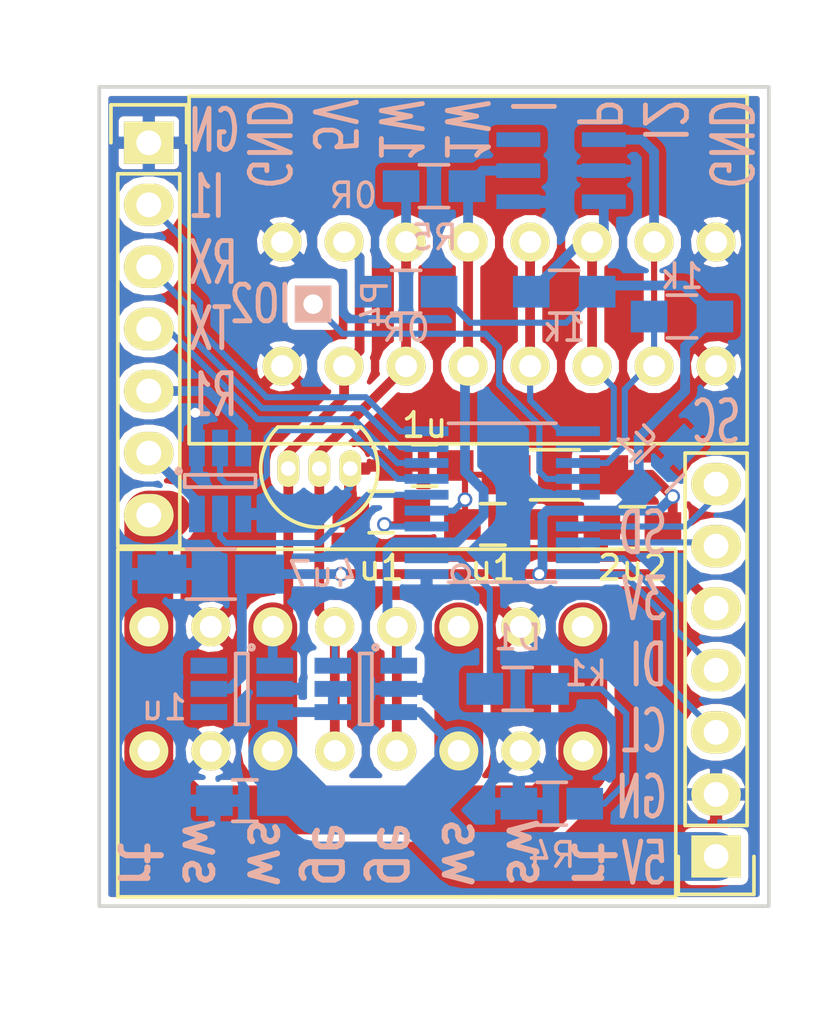
<source format=kicad_pcb>
(kicad_pcb (version 4) (host pcbnew 4.0.0-stable)

  (general
    (links 94)
    (no_connects 0)
    (area 99.238999 70.790999 126.821001 104.469001)
    (thickness 1.6)
    (drawings 13)
    (tracks 237)
    (zones 0)
    (modules 25)
    (nets 26)
  )

  (page A4)
  (layers
    (0 F.Cu signal)
    (31 B.Cu signal)
    (32 B.Adhes user)
    (33 F.Adhes user hide)
    (34 B.Paste user)
    (35 F.Paste user)
    (36 B.SilkS user)
    (37 F.SilkS user)
    (38 B.Mask user hide)
    (39 F.Mask user hide)
    (40 Dwgs.User user hide)
    (41 Cmts.User user hide)
    (42 Eco1.User user hide)
    (43 Eco2.User user hide)
    (44 Edge.Cuts user)
    (45 Margin user hide)
    (46 B.CrtYd user hide)
    (47 F.CrtYd user hide)
    (48 B.Fab user hide)
    (49 F.Fab user hide)
  )

  (setup
    (last_trace_width 0.25)
    (user_trace_width 0.25)
    (user_trace_width 0.4)
    (user_trace_width 2)
    (trace_clearance 0.2)
    (zone_clearance 0.3)
    (zone_45_only no)
    (trace_min 0.2)
    (segment_width 0.2)
    (edge_width 0.15)
    (via_size 0.6)
    (via_drill 0.4)
    (via_min_size 0.4)
    (via_min_drill 0.3)
    (uvia_size 0.3)
    (uvia_drill 0.1)
    (uvias_allowed no)
    (uvia_min_size 0.2)
    (uvia_min_drill 0.1)
    (pcb_text_width 0.3)
    (pcb_text_size 1.5 1.5)
    (mod_edge_width 0.15)
    (mod_text_size 1 1)
    (mod_text_width 0.15)
    (pad_size 1.524 1.524)
    (pad_drill 0.762)
    (pad_to_mask_clearance 0.2)
    (aux_axis_origin 0 0)
    (visible_elements 7FFDFF6F)
    (pcbplotparams
      (layerselection 0x000fc_80000001)
      (usegerberextensions false)
      (excludeedgelayer true)
      (linewidth 0.100000)
      (plotframeref false)
      (viasonmask false)
      (mode 1)
      (useauxorigin false)
      (hpglpennumber 1)
      (hpglpenspeed 20)
      (hpglpendiameter 15)
      (hpglpenoverlay 2)
      (psnegative false)
      (psa4output false)
      (plotreference true)
      (plotvalue true)
      (plotinvisibletext false)
      (padsonsilk false)
      (subtractmaskfromsilk false)
      (outputformat 1)
      (mirror false)
      (drillshape 0)
      (scaleselection 1)
      (outputdirectory gerber/))
  )

  (net 0 "")
  (net 1 +5V)
  (net 2 GND)
  (net 3 +3V3)
  (net 4 +24V)
  (net 5 /1W)
  (net 6 /SCL)
  (net 7 /SDA)
  (net 8 /TX)
  (net 9 /RX)
  (net 10 /REL1)
  (net 11 /REL2)
  (net 12 /SWDIO)
  (net 13 /SWCLK)
  (net 14 /I2)
  (net 15 /I1)
  (net 16 /NRST)
  (net 17 /REL2_24V)
  (net 18 /REL1_24V)
  (net 19 /IO1)
  (net 20 /VDDA)
  (net 21 /1Wr)
  (net 22 /P)
  (net 23 /IO2)
  (net 24 "Net-(D1-Pad1)")
  (net 25 "Net-(D1-Pad2)")

  (net_class Default "Dies ist die voreingestellte Netzklasse."
    (clearance 0.2)
    (trace_width 0.25)
    (via_dia 0.6)
    (via_drill 0.4)
    (uvia_dia 0.3)
    (uvia_drill 0.1)
    (add_net +3V3)
    (add_net +5V)
    (add_net /1W)
    (add_net /1Wr)
    (add_net /I1)
    (add_net /I2)
    (add_net /IO1)
    (add_net /IO2)
    (add_net /NRST)
    (add_net /P)
    (add_net /REL1)
    (add_net /REL2)
    (add_net /RX)
    (add_net /SCL)
    (add_net /SDA)
    (add_net /SWCLK)
    (add_net /SWDIO)
    (add_net /TX)
    (add_net /VDDA)
    (add_net GND)
    (add_net "Net-(D1-Pad1)")
    (add_net "Net-(D1-Pad2)")
  )

  (net_class 24V ""
    (clearance 0.3)
    (trace_width 0.4)
    (via_dia 0.6)
    (via_drill 0.4)
    (uvia_dia 0.3)
    (uvia_drill 0.1)
    (add_net +24V)
    (add_net /REL1_24V)
    (add_net /REL2_24V)
  )

  (module Pin_Headers:Pin_Header_Straight_1x07 (layer F.Cu) (tedit 5763CE8B) (tstamp 56DDEBB3)
    (at 124.587 102.362 180)
    (descr "Through hole pin header")
    (tags "pin header")
    (path /56DDF454)
    (fp_text reference P2 (at 0 -5.1 180) (layer F.SilkS) hide
      (effects (font (size 1 1) (thickness 0.15)))
    )
    (fp_text value CONN_01X07 (at 0 -3.1 180) (layer F.Fab) hide
      (effects (font (size 1 1) (thickness 0.15)))
    )
    (fp_line (start -1.75 -1.75) (end -1.75 17) (layer F.CrtYd) (width 0.05))
    (fp_line (start 1.75 -1.75) (end 1.75 17) (layer F.CrtYd) (width 0.05))
    (fp_line (start -1.75 -1.75) (end 1.75 -1.75) (layer F.CrtYd) (width 0.05))
    (fp_line (start -1.75 17) (end 1.75 17) (layer F.CrtYd) (width 0.05))
    (fp_line (start 1.27 1.27) (end 1.27 16.51) (layer F.SilkS) (width 0.15))
    (fp_line (start 1.27 16.51) (end -1.27 16.51) (layer F.SilkS) (width 0.15))
    (fp_line (start -1.27 16.51) (end -1.27 1.27) (layer F.SilkS) (width 0.15))
    (fp_line (start 1.55 -1.55) (end 1.55 0) (layer F.SilkS) (width 0.15))
    (fp_line (start 1.27 1.27) (end -1.27 1.27) (layer F.SilkS) (width 0.15))
    (fp_line (start -1.55 0) (end -1.55 -1.55) (layer F.SilkS) (width 0.15))
    (fp_line (start -1.55 -1.55) (end 1.55 -1.55) (layer F.SilkS) (width 0.15))
    (pad 1 thru_hole rect (at 0 0 180) (size 2.032 1.7272) (drill 1.016) (layers *.Cu *.Mask F.SilkS)
      (net 1 +5V))
    (pad 2 thru_hole oval (at 0 2.54 180) (size 2.032 1.7272) (drill 1.016) (layers *.Cu *.Mask F.SilkS)
      (net 2 GND))
    (pad 3 thru_hole oval (at 0 5.08 180) (size 2.032 1.7272) (drill 1.016) (layers *.Cu *.Mask F.SilkS)
      (net 13 /SWCLK))
    (pad 4 thru_hole oval (at 0 7.62 180) (size 2.032 1.7272) (drill 1.016) (layers *.Cu *.Mask F.SilkS)
      (net 12 /SWDIO))
    (pad 5 thru_hole oval (at 0 10.16 180) (size 2.032 1.7272) (drill 1.016) (layers *.Cu *.Mask F.SilkS)
      (net 3 +3V3))
    (pad 6 thru_hole oval (at 0 12.7 180) (size 2.032 1.7272) (drill 1.016) (layers *.Cu *.Mask F.SilkS)
      (net 7 /SDA))
    (pad 7 thru_hole oval (at 0 15.24 180) (size 2.032 1.7272) (drill 1.016) (layers *.Cu *.Mask F.SilkS)
      (net 6 /SCL))
    (model Pin_Headers.3dshapes/Pin_Header_Straight_1x07.wrl
      (at (xyz 0 -0.3 0))
      (scale (xyz 1 1 1))
      (rotate (xyz 0 0 90))
    )
  )

  (module kl_footprints:KF141R-8p (layer F.Cu) (tedit 5763CE1A) (tstamp 56DDE66C)
    (at 115.697 79.756 180)
    (path /56DDDBEF)
    (fp_text reference P5 (at -0.381 -0.127 180) (layer F.SilkS) hide
      (effects (font (size 1.5 1.5) (thickness 0.15)))
    )
    (fp_text value OUTPUT (at 0 9.779 180) (layer F.SilkS) hide
      (effects (font (size 1.5 1.5) (thickness 0.15)))
    )
    (fp_line (start 5.08 8.509) (end 12.7 8.509) (layer F.SilkS) (width 0.15))
    (fp_line (start 12.7 8.509) (end 12.7 7.62) (layer F.SilkS) (width 0.15))
    (fp_line (start 5.08 -5.715) (end 12.7 -5.715) (layer F.SilkS) (width 0.15))
    (fp_line (start 12.7 -5.715) (end 12.7 -5.08) (layer F.SilkS) (width 0.15))
    (fp_line (start 12.7 -5.08) (end 12.7 7.62) (layer F.SilkS) (width 0.15))
    (fp_line (start -5.08 8.509) (end -10.16 8.509) (layer F.SilkS) (width 0.15))
    (fp_line (start -10.16 8.509) (end -10.16 -5.715) (layer F.SilkS) (width 0.15))
    (fp_line (start -10.16 -5.715) (end -5.08 -5.715) (layer F.SilkS) (width 0.15))
    (fp_line (start 5.08 -5.715) (end -5.08 -5.715) (layer F.SilkS) (width 0.15))
    (fp_line (start 5.08 8.509) (end -5.08 8.509) (layer F.SilkS) (width 0.15))
    (pad 2 thru_hole circle (at -6.35 -2.54 180) (size 1.6 1.6) (drill 0.9) (layers *.Cu *.Mask F.SilkS)
      (net 14 /I2))
    (pad 2 thru_hole circle (at -6.35 2.54 180) (size 1.6 1.6) (drill 0.9) (layers *.Cu *.Mask F.SilkS)
      (net 14 /I2))
    (pad 3 thru_hole circle (at -3.81 -2.54 180) (size 1.6 1.6) (drill 0.9) (layers *.Cu *.Mask F.SilkS)
      (net 22 /P))
    (pad 3 thru_hole circle (at -3.81 2.54 180) (size 1.6 1.6) (drill 0.9) (layers *.Cu *.Mask F.SilkS)
      (net 22 /P))
    (pad 1 thru_hole circle (at -8.89 2.54 180) (size 1.6 1.6) (drill 0.9) (layers *.Cu *.Mask F.SilkS)
      (net 2 GND))
    (pad 1 thru_hole circle (at -8.89 -2.54 180) (size 1.6 1.6) (drill 0.9) (layers *.Cu *.Mask F.SilkS)
      (net 2 GND))
    (pad 4 thru_hole circle (at -1.27 2.54 180) (size 1.6 1.6) (drill 0.9) (layers *.Cu *.Mask F.SilkS)
      (net 15 /I1))
    (pad 4 thru_hole circle (at -1.27 -2.54 180) (size 1.6 1.6) (drill 0.9) (layers *.Cu *.Mask F.SilkS)
      (net 15 /I1))
    (pad 5 thru_hole circle (at 1.27 2.54 180) (size 1.6 1.6) (drill 0.9) (layers *.Cu *.Mask F.SilkS)
      (net 21 /1Wr))
    (pad 6 thru_hole circle (at 3.81 2.54 180) (size 1.6 1.6) (drill 0.9) (layers *.Cu *.Mask F.SilkS)
      (net 5 /1W))
    (pad 7 thru_hole circle (at 6.35 2.54 180) (size 1.6 1.6) (drill 0.9) (layers *.Cu *.Mask F.SilkS)
      (net 1 +5V))
    (pad 8 thru_hole circle (at 8.89 2.54 180) (size 1.6 1.6) (drill 0.9) (layers *.Cu *.Mask F.SilkS)
      (net 2 GND))
    (pad 5 thru_hole circle (at 1.27 -2.54 180) (size 1.6 1.6) (drill 0.9) (layers *.Cu *.Mask F.SilkS)
      (net 21 /1Wr))
    (pad 6 thru_hole circle (at 3.81 -2.54 180) (size 1.6 1.6) (drill 0.9) (layers *.Cu *.Mask F.SilkS)
      (net 5 /1W))
    (pad 7 thru_hole circle (at 6.35 -2.54 180) (size 1.6 1.6) (drill 0.9) (layers *.Cu *.Mask F.SilkS)
      (net 1 +5V))
    (pad 8 thru_hole circle (at 8.89 -2.54 180) (size 1.6 1.6) (drill 0.9) (layers *.Cu *.Mask F.SilkS)
      (net 2 GND))
  )

  (module kl_footprints:TSSOP-20_4.4x6.5mm_Pitch0.65mm_handsolder (layer B.Cu) (tedit 56D5FDB1) (tstamp 56D59099)
    (at 115.824 87.884)
    (descr "TSSOP24: plastic thin shrink small outline package; 24 leads; body width 4.4 mm; (see NXP SSOP-TSSOP-VSO-REFLOW.pdf and sot355-1_po.pdf)")
    (tags "SSOP 0.65")
    (path /56D57F9A)
    (attr smd)
    (fp_text reference U2 (at -0.25 4.05) (layer B.SilkS) hide
      (effects (font (size 1 1) (thickness 0.15)) (justify mirror))
    )
    (fp_text value STM32F030F4 (at 0 -4.95) (layer B.Fab) hide
      (effects (font (size 1 1) (thickness 0.15)) (justify mirror))
    )
    (fp_line (start -4 -3.25) (end 4 -3.25) (layer B.CrtYd) (width 0.15))
    (fp_line (start 4 -3.25) (end 4 3.25) (layer B.CrtYd) (width 0.15))
    (fp_line (start 4 3.25) (end -4 3.25) (layer B.CrtYd) (width 0.15))
    (fp_line (start -4 3.25) (end -4 -3.25) (layer B.CrtYd) (width 0.15))
    (fp_circle (center -1.7 2.9) (end -1.7 3.25) (layer B.SilkS) (width 0.15))
    (fp_line (start -2.2 3.25) (end 2.2 3.25) (layer B.SilkS) (width 0.15))
    (fp_line (start -2.2 -3.25) (end 2.2 -3.25) (layer B.SilkS) (width 0.15))
    (pad 1 smd rect (at -3.1 2.925) (size 1.8 0.4) (layers B.Cu B.Paste B.Mask)
      (net 2 GND))
    (pad 2 smd rect (at -3.1 2.275) (size 1.8 0.4) (layers B.Cu B.Paste B.Mask)
      (net 25 "Net-(D1-Pad2)"))
    (pad 3 smd rect (at -3.1 1.625) (size 1.8 0.4) (layers B.Cu B.Paste B.Mask)
      (net 21 /1Wr))
    (pad 4 smd rect (at -3.1 0.975) (size 1.8 0.4) (layers B.Cu B.Paste B.Mask)
      (net 16 /NRST))
    (pad 5 smd rect (at -3.1 0.325) (size 1.8 0.4) (layers B.Cu B.Paste B.Mask)
      (net 20 /VDDA))
    (pad 6 smd rect (at -3.1 -0.325) (size 1.8 0.4) (layers B.Cu B.Paste B.Mask)
      (net 11 /REL2))
    (pad 7 smd rect (at -3.1 -0.975) (size 1.8 0.4) (layers B.Cu B.Paste B.Mask)
      (net 10 /REL1))
    (pad 8 smd rect (at -3.1 -1.625) (size 1.8 0.4) (layers B.Cu B.Paste B.Mask)
      (net 8 /TX))
    (pad 9 smd rect (at -3.1 -2.275) (size 1.8 0.4) (layers B.Cu B.Paste B.Mask)
      (net 9 /RX))
    (pad 10 smd rect (at -3.1 -2.925) (size 1.8 0.4) (layers B.Cu B.Paste B.Mask)
      (net 19 /IO1))
    (pad 11 smd rect (at 3.1 -2.925) (size 1.8 0.4) (layers B.Cu B.Paste B.Mask)
      (net 15 /I1))
    (pad 12 smd rect (at 3.1 -2.275) (size 1.8 0.4) (layers B.Cu B.Paste B.Mask)
      (net 22 /P))
    (pad 13 smd rect (at 3.1 -1.625) (size 1.8 0.4) (layers B.Cu B.Paste B.Mask)
      (net 14 /I2))
    (pad 14 smd rect (at 3.1 -0.975) (size 1.8 0.4) (layers B.Cu B.Paste B.Mask)
      (net 23 /IO2))
    (pad 15 smd rect (at 3.1 -0.325) (size 1.8 0.4) (layers B.Cu B.Paste B.Mask)
      (net 2 GND))
    (pad 16 smd rect (at 3.1 0.325) (size 1.8 0.4) (layers B.Cu B.Paste B.Mask)
      (net 3 +3V3))
    (pad 17 smd rect (at 3.1 0.975) (size 1.8 0.4) (layers B.Cu B.Paste B.Mask)
      (net 6 /SCL))
    (pad 18 smd rect (at 3.1 1.625) (size 1.8 0.4) (layers B.Cu B.Paste B.Mask)
      (net 7 /SDA))
    (pad 19 smd rect (at 3.1 2.275) (size 1.8 0.4) (layers B.Cu B.Paste B.Mask)
      (net 12 /SWDIO))
    (pad 20 smd rect (at 3.1 2.925) (size 1.8 0.4) (layers B.Cu B.Paste B.Mask)
      (net 13 /SWCLK))
    (model Housings_SSOP.3dshapes/TSSOP-24_4.4x7.8mm_Pitch0.65mm.wrl
      (at (xyz 0 0 0))
      (scale (xyz 1 1 1))
      (rotate (xyz 0 0 0))
    )
  )

  (module kl_footprints:KF141R-8p (layer F.Cu) (tedit 56D84F79) (tstamp 56D4BA93)
    (at 110.236 95.504)
    (path /56D4B733)
    (fp_text reference P1 (at -0.381 -0.127) (layer F.SilkS) hide
      (effects (font (size 1.5 1.5) (thickness 0.15)))
    )
    (fp_text value Input (at 0 9.779) (layer F.SilkS) hide
      (effects (font (size 1.5 1.5) (thickness 0.15)))
    )
    (fp_line (start 5.08 8.509) (end 12.7 8.509) (layer F.SilkS) (width 0.15))
    (fp_line (start 12.7 8.509) (end 12.7 7.62) (layer F.SilkS) (width 0.15))
    (fp_line (start 5.08 -5.715) (end 12.7 -5.715) (layer F.SilkS) (width 0.15))
    (fp_line (start 12.7 -5.715) (end 12.7 -5.08) (layer F.SilkS) (width 0.15))
    (fp_line (start 12.7 -5.08) (end 12.7 7.62) (layer F.SilkS) (width 0.15))
    (fp_line (start -5.08 8.509) (end -10.16 8.509) (layer F.SilkS) (width 0.15))
    (fp_line (start -10.16 8.509) (end -10.16 -5.715) (layer F.SilkS) (width 0.15))
    (fp_line (start -10.16 -5.715) (end -5.08 -5.715) (layer F.SilkS) (width 0.15))
    (fp_line (start 5.08 -5.715) (end -5.08 -5.715) (layer F.SilkS) (width 0.15))
    (fp_line (start 5.08 8.509) (end -5.08 8.509) (layer F.SilkS) (width 0.15))
    (pad 2 thru_hole circle (at -6.35 -2.54) (size 1.6 1.6) (drill 0.9) (layers *.Cu *.Mask F.SilkS)
      (net 2 GND))
    (pad 2 thru_hole circle (at -6.35 2.54) (size 1.6 1.6) (drill 0.9) (layers *.Cu *.Mask F.SilkS)
      (net 2 GND))
    (pad 3 thru_hole circle (at -3.81 -2.54) (size 1.6 1.6) (drill 0.9) (layers *.Cu *.Mask F.SilkS)
      (net 1 +5V))
    (pad 3 thru_hole circle (at -3.81 2.54) (size 1.6 1.6) (drill 0.9) (layers *.Cu *.Mask F.SilkS)
      (net 1 +5V))
    (pad 1 thru_hole circle (at -8.89 2.54) (size 1.6 1.6) (drill 0.9) (layers *.Cu *.Mask F.SilkS)
      (net 4 +24V))
    (pad 1 thru_hole circle (at -8.89 -2.54) (size 1.6 1.6) (drill 0.9) (layers *.Cu *.Mask F.SilkS)
      (net 4 +24V))
    (pad 4 thru_hole circle (at -1.27 2.54) (size 1.6 1.6) (drill 0.9) (layers *.Cu *.Mask F.SilkS)
      (net 5 /1W))
    (pad 4 thru_hole circle (at -1.27 -2.54) (size 1.6 1.6) (drill 0.9) (layers *.Cu *.Mask F.SilkS)
      (net 5 /1W))
    (pad 5 thru_hole circle (at 1.27 2.54) (size 1.6 1.6) (drill 0.9) (layers *.Cu *.Mask F.SilkS)
      (net 21 /1Wr))
    (pad 6 thru_hole circle (at 3.81 2.54) (size 1.6 1.6) (drill 0.9) (layers *.Cu *.Mask F.SilkS)
      (net 1 +5V))
    (pad 7 thru_hole circle (at 6.35 2.54) (size 1.6 1.6) (drill 0.9) (layers *.Cu *.Mask F.SilkS)
      (net 2 GND))
    (pad 8 thru_hole circle (at 8.89 2.54) (size 1.6 1.6) (drill 0.9) (layers *.Cu *.Mask F.SilkS)
      (net 4 +24V))
    (pad 5 thru_hole circle (at 1.27 -2.54) (size 1.6 1.6) (drill 0.9) (layers *.Cu *.Mask F.SilkS)
      (net 21 /1Wr))
    (pad 6 thru_hole circle (at 3.81 -2.54) (size 1.6 1.6) (drill 0.9) (layers *.Cu *.Mask F.SilkS)
      (net 1 +5V))
    (pad 7 thru_hole circle (at 6.35 -2.54) (size 1.6 1.6) (drill 0.9) (layers *.Cu *.Mask F.SilkS)
      (net 2 GND))
    (pad 8 thru_hole circle (at 8.89 -2.54) (size 1.6 1.6) (drill 0.9) (layers *.Cu *.Mask F.SilkS)
      (net 4 +24V))
  )

  (module Capacitors_SMD:C_0805_HandSoldering (layer B.Cu) (tedit 5763CED5) (tstamp 56D58FFA)
    (at 105.283 100.076 180)
    (descr "Capacitor SMD 0805, hand soldering")
    (tags "capacitor 0805")
    (path /56D4C811)
    (attr smd)
    (fp_text reference C1 (at 0 2.1 180) (layer B.SilkS) hide
      (effects (font (size 1 1) (thickness 0.15)) (justify mirror))
    )
    (fp_text value 1u (at 3.302 3.81 180) (layer B.SilkS)
      (effects (font (size 1 1) (thickness 0.15)) (justify mirror))
    )
    (fp_line (start -2.3 1) (end 2.3 1) (layer B.CrtYd) (width 0.05))
    (fp_line (start -2.3 -1) (end 2.3 -1) (layer B.CrtYd) (width 0.05))
    (fp_line (start -2.3 1) (end -2.3 -1) (layer B.CrtYd) (width 0.05))
    (fp_line (start 2.3 1) (end 2.3 -1) (layer B.CrtYd) (width 0.05))
    (fp_line (start 0.5 0.85) (end -0.5 0.85) (layer B.SilkS) (width 0.15))
    (fp_line (start -0.5 -0.85) (end 0.5 -0.85) (layer B.SilkS) (width 0.15))
    (pad 1 smd rect (at -1.25 0 180) (size 1.5 1.25) (layers B.Cu B.Paste B.Mask)
      (net 1 +5V))
    (pad 2 smd rect (at 1.25 0 180) (size 1.5 1.25) (layers B.Cu B.Paste B.Mask)
      (net 2 GND))
    (model Capacitors_SMD.3dshapes/C_0805_HandSoldering.wrl
      (at (xyz 0 0 0))
      (scale (xyz 1 1 1))
      (rotate (xyz 0 0 0))
    )
  )

  (module Capacitors_SMD:C_1206_HandSoldering (layer B.Cu) (tedit 5763CEED) (tstamp 56D59000)
    (at 103.886 90.805 180)
    (descr "Capacitor SMD 1206, hand soldering")
    (tags "capacitor 1206")
    (path /56D4C9AC)
    (attr smd)
    (fp_text reference C2 (at 0 2.3 180) (layer B.SilkS) hide
      (effects (font (size 1 1) (thickness 0.15)) (justify mirror))
    )
    (fp_text value 4u7 (at -4.572 0 180) (layer B.SilkS)
      (effects (font (size 1 1) (thickness 0.15)) (justify mirror))
    )
    (fp_line (start -3.3 1.15) (end 3.3 1.15) (layer B.CrtYd) (width 0.05))
    (fp_line (start -3.3 -1.15) (end 3.3 -1.15) (layer B.CrtYd) (width 0.05))
    (fp_line (start -3.3 1.15) (end -3.3 -1.15) (layer B.CrtYd) (width 0.05))
    (fp_line (start 3.3 1.15) (end 3.3 -1.15) (layer B.CrtYd) (width 0.05))
    (fp_line (start 1 1.025) (end -1 1.025) (layer B.SilkS) (width 0.15))
    (fp_line (start -1 -1.025) (end 1 -1.025) (layer B.SilkS) (width 0.15))
    (pad 1 smd rect (at -2 0 180) (size 2 1.6) (layers B.Cu B.Paste B.Mask)
      (net 3 +3V3))
    (pad 2 smd rect (at 2 0 180) (size 2 1.6) (layers B.Cu B.Paste B.Mask)
      (net 2 GND))
    (model Capacitors_SMD.3dshapes/C_1206_HandSoldering.wrl
      (at (xyz 0 0 0))
      (scale (xyz 1 1 1))
      (rotate (xyz 0 0 0))
    )
  )

  (module Capacitors_SMD:C_0805_HandSoldering (layer F.Cu) (tedit 5763CE56) (tstamp 56D59006)
    (at 110.871 88.265)
    (descr "Capacitor SMD 0805, hand soldering")
    (tags "capacitor 0805")
    (path /56D590E5)
    (attr smd)
    (fp_text reference C3 (at 0 -2.1) (layer F.SilkS) hide
      (effects (font (size 1 1) (thickness 0.15)))
    )
    (fp_text value u1 (at 0 2.286) (layer F.SilkS)
      (effects (font (size 1 1) (thickness 0.15)))
    )
    (fp_line (start -2.3 -1) (end 2.3 -1) (layer F.CrtYd) (width 0.05))
    (fp_line (start -2.3 1) (end 2.3 1) (layer F.CrtYd) (width 0.05))
    (fp_line (start -2.3 -1) (end -2.3 1) (layer F.CrtYd) (width 0.05))
    (fp_line (start 2.3 -1) (end 2.3 1) (layer F.CrtYd) (width 0.05))
    (fp_line (start 0.5 -0.85) (end -0.5 -0.85) (layer F.SilkS) (width 0.15))
    (fp_line (start -0.5 0.85) (end 0.5 0.85) (layer F.SilkS) (width 0.15))
    (pad 1 smd rect (at -1.25 0) (size 1.5 1.25) (layers F.Cu F.Paste F.Mask)
      (net 2 GND))
    (pad 2 smd rect (at 1.25 0) (size 1.5 1.25) (layers F.Cu F.Paste F.Mask)
      (net 16 /NRST))
    (model Capacitors_SMD.3dshapes/C_0805_HandSoldering.wrl
      (at (xyz 0 0 0))
      (scale (xyz 1 1 1))
      (rotate (xyz 0 0 0))
    )
  )

  (module Capacitors_SMD:C_0805_HandSoldering (layer F.Cu) (tedit 5763CE6B) (tstamp 56D5900C)
    (at 121.158 88.9)
    (descr "Capacitor SMD 0805, hand soldering")
    (tags "capacitor 0805")
    (path /56D4D038)
    (attr smd)
    (fp_text reference C4 (at 0 -2.1) (layer F.SilkS) hide
      (effects (font (size 1 1) (thickness 0.15)))
    )
    (fp_text value 2u2 (at 0 1.651) (layer F.SilkS)
      (effects (font (size 1 1) (thickness 0.15)))
    )
    (fp_line (start -2.3 -1) (end 2.3 -1) (layer F.CrtYd) (width 0.05))
    (fp_line (start -2.3 1) (end 2.3 1) (layer F.CrtYd) (width 0.05))
    (fp_line (start -2.3 -1) (end -2.3 1) (layer F.CrtYd) (width 0.05))
    (fp_line (start 2.3 -1) (end 2.3 1) (layer F.CrtYd) (width 0.05))
    (fp_line (start 0.5 -0.85) (end -0.5 -0.85) (layer F.SilkS) (width 0.15))
    (fp_line (start -0.5 0.85) (end 0.5 0.85) (layer F.SilkS) (width 0.15))
    (pad 1 smd rect (at -1.25 0) (size 1.5 1.25) (layers F.Cu F.Paste F.Mask)
      (net 2 GND))
    (pad 2 smd rect (at 1.25 0) (size 1.5 1.25) (layers F.Cu F.Paste F.Mask)
      (net 3 +3V3))
    (model Capacitors_SMD.3dshapes/C_0805_HandSoldering.wrl
      (at (xyz 0 0 0))
      (scale (xyz 1 1 1))
      (rotate (xyz 0 0 0))
    )
  )

  (module Capacitors_SMD:C_0805_HandSoldering (layer B.Cu) (tedit 5763D236) (tstamp 56D59012)
    (at 122.301 86.487 225)
    (descr "Capacitor SMD 0805, hand soldering")
    (tags "capacitor 0805")
    (path /56D4CBF5)
    (attr smd)
    (fp_text reference C5 (at 0 2.1 225) (layer B.SilkS) hide
      (effects (font (size 1 1) (thickness 0.15)) (justify mirror))
    )
    (fp_text value u1 (at -0.089803 1.526644 225) (layer B.SilkS)
      (effects (font (size 1 1) (thickness 0.15)) (justify mirror))
    )
    (fp_line (start -2.3 1) (end 2.3 1) (layer B.CrtYd) (width 0.05))
    (fp_line (start -2.3 -1) (end 2.3 -1) (layer B.CrtYd) (width 0.05))
    (fp_line (start -2.3 1) (end -2.3 -1) (layer B.CrtYd) (width 0.05))
    (fp_line (start 2.3 1) (end 2.3 -1) (layer B.CrtYd) (width 0.05))
    (fp_line (start 0.5 0.85) (end -0.5 0.85) (layer B.SilkS) (width 0.15))
    (fp_line (start -0.5 -0.85) (end 0.5 -0.85) (layer B.SilkS) (width 0.15))
    (pad 1 smd rect (at -1.25 0 225) (size 1.5 1.25) (layers B.Cu B.Paste B.Mask)
      (net 2 GND))
    (pad 2 smd rect (at 1.25 0 225) (size 1.5 1.25) (layers B.Cu B.Paste B.Mask)
      (net 3 +3V3))
    (model Capacitors_SMD.3dshapes/C_0805_HandSoldering.wrl
      (at (xyz 0 0 0))
      (scale (xyz 1 1 1))
      (rotate (xyz 0 0 0))
    )
  )

  (module Capacitors_SMD:C_0805_HandSoldering (layer F.Cu) (tedit 5763CE51) (tstamp 56D59018)
    (at 115.443 88.773 180)
    (descr "Capacitor SMD 0805, hand soldering")
    (tags "capacitor 0805")
    (path /56D4CC4F)
    (attr smd)
    (fp_text reference C6 (at 0 -2.1 180) (layer F.SilkS) hide
      (effects (font (size 1 1) (thickness 0.15)))
    )
    (fp_text value u1 (at 0 -1.778 180) (layer F.SilkS)
      (effects (font (size 1 1) (thickness 0.15)))
    )
    (fp_line (start -2.3 -1) (end 2.3 -1) (layer F.CrtYd) (width 0.05))
    (fp_line (start -2.3 1) (end 2.3 1) (layer F.CrtYd) (width 0.05))
    (fp_line (start -2.3 -1) (end -2.3 1) (layer F.CrtYd) (width 0.05))
    (fp_line (start 2.3 -1) (end 2.3 1) (layer F.CrtYd) (width 0.05))
    (fp_line (start 0.5 -0.85) (end -0.5 -0.85) (layer F.SilkS) (width 0.15))
    (fp_line (start -0.5 0.85) (end 0.5 0.85) (layer F.SilkS) (width 0.15))
    (pad 1 smd rect (at -1.25 0 180) (size 1.5 1.25) (layers F.Cu F.Paste F.Mask)
      (net 2 GND))
    (pad 2 smd rect (at 1.25 0 180) (size 1.5 1.25) (layers F.Cu F.Paste F.Mask)
      (net 20 /VDDA))
    (model Capacitors_SMD.3dshapes/C_0805_HandSoldering.wrl
      (at (xyz 0 0 0))
      (scale (xyz 1 1 1))
      (rotate (xyz 0 0 0))
    )
  )

  (module Capacitors_SMD:C_0805_HandSoldering (layer F.Cu) (tedit 5763CE7C) (tstamp 56D5901E)
    (at 112.649 86.36)
    (descr "Capacitor SMD 0805, hand soldering")
    (tags "capacitor 0805")
    (path /56D4CC78)
    (attr smd)
    (fp_text reference C7 (at 0 -2.1) (layer F.SilkS) hide
      (effects (font (size 1 1) (thickness 0.15)))
    )
    (fp_text value 1u (at 0 -1.651) (layer F.SilkS)
      (effects (font (size 1 1) (thickness 0.15)))
    )
    (fp_line (start -2.3 -1) (end 2.3 -1) (layer F.CrtYd) (width 0.05))
    (fp_line (start -2.3 1) (end 2.3 1) (layer F.CrtYd) (width 0.05))
    (fp_line (start -2.3 -1) (end -2.3 1) (layer F.CrtYd) (width 0.05))
    (fp_line (start 2.3 -1) (end 2.3 1) (layer F.CrtYd) (width 0.05))
    (fp_line (start 0.5 -0.85) (end -0.5 -0.85) (layer F.SilkS) (width 0.15))
    (fp_line (start -0.5 0.85) (end 0.5 0.85) (layer F.SilkS) (width 0.15))
    (pad 1 smd rect (at -1.25 0) (size 1.5 1.25) (layers F.Cu F.Paste F.Mask)
      (net 2 GND))
    (pad 2 smd rect (at 1.25 0) (size 1.5 1.25) (layers F.Cu F.Paste F.Mask)
      (net 20 /VDDA))
    (model Capacitors_SMD.3dshapes/C_0805_HandSoldering.wrl
      (at (xyz 0 0 0))
      (scale (xyz 1 1 1))
      (rotate (xyz 0 0 0))
    )
  )

  (module Capacitors_SMD:C_1206_HandSoldering (layer F.Cu) (tedit 56D6042F) (tstamp 56D59024)
    (at 117.983 86.741 180)
    (descr "Capacitor SMD 1206, hand soldering")
    (tags "capacitor 1206")
    (path /56D4CF23)
    (attr smd)
    (fp_text reference FB1 (at 0 -2.3 180) (layer F.SilkS) hide
      (effects (font (size 1 1) (thickness 0.15)))
    )
    (fp_text value FILTER (at 0 2.3 180) (layer F.Fab) hide
      (effects (font (size 1 1) (thickness 0.15)))
    )
    (fp_line (start -3.3 -1.15) (end 3.3 -1.15) (layer F.CrtYd) (width 0.05))
    (fp_line (start -3.3 1.15) (end 3.3 1.15) (layer F.CrtYd) (width 0.05))
    (fp_line (start -3.3 -1.15) (end -3.3 1.15) (layer F.CrtYd) (width 0.05))
    (fp_line (start 3.3 -1.15) (end 3.3 1.15) (layer F.CrtYd) (width 0.05))
    (fp_line (start 1 -1.025) (end -1 -1.025) (layer F.SilkS) (width 0.15))
    (fp_line (start -1 1.025) (end 1 1.025) (layer F.SilkS) (width 0.15))
    (pad 1 smd rect (at -2 0 180) (size 2 1.6) (layers F.Cu F.Paste F.Mask)
      (net 3 +3V3))
    (pad 2 smd rect (at 2 0 180) (size 2 1.6) (layers F.Cu F.Paste F.Mask)
      (net 20 /VDDA))
    (model Capacitors_SMD.3dshapes/C_1206_HandSoldering.wrl
      (at (xyz 0 0 0))
      (scale (xyz 1 1 1))
      (rotate (xyz 0 0 0))
    )
  )

  (module Resistors_SMD:R_0805_HandSoldering (layer B.Cu) (tedit 5763CF22) (tstamp 56D5905A)
    (at 123.19 80.264)
    (descr "Resistor SMD 0805, hand soldering")
    (tags "resistor 0805")
    (path /57635906)
    (attr smd)
    (fp_text reference R2 (at 0 2.1) (layer B.SilkS) hide
      (effects (font (size 1 1) (thickness 0.15)) (justify mirror))
    )
    (fp_text value 1k (at 0 -1.651) (layer B.SilkS)
      (effects (font (size 1 1) (thickness 0.15)) (justify mirror))
    )
    (fp_line (start -2.4 1) (end 2.4 1) (layer B.CrtYd) (width 0.05))
    (fp_line (start -2.4 -1) (end 2.4 -1) (layer B.CrtYd) (width 0.05))
    (fp_line (start -2.4 1) (end -2.4 -1) (layer B.CrtYd) (width 0.05))
    (fp_line (start 2.4 1) (end 2.4 -1) (layer B.CrtYd) (width 0.05))
    (fp_line (start 0.6 -0.875) (end -0.6 -0.875) (layer B.SilkS) (width 0.15))
    (fp_line (start -0.6 0.875) (end 0.6 0.875) (layer B.SilkS) (width 0.15))
    (pad 1 smd rect (at -1.35 0) (size 1.5 1.3) (layers B.Cu B.Paste B.Mask)
      (net 14 /I2))
    (pad 2 smd rect (at 1.35 0) (size 1.5 1.3) (layers B.Cu B.Paste B.Mask)
      (net 3 +3V3))
    (model Resistors_SMD.3dshapes/R_0805_HandSoldering.wrl
      (at (xyz 0 0 0))
      (scale (xyz 1 1 1))
      (rotate (xyz 0 0 0))
    )
  )

  (module kl_footprints:SOT-23-6_handsolder (layer B.Cu) (tedit 56D5FC93) (tstamp 56D59079)
    (at 105.156 95.504 180)
    (descr "6-pin SOT-23 package")
    (tags SOT-23-6)
    (path /56D4C6BA)
    (attr smd)
    (fp_text reference U1 (at 0 2.7 180) (layer B.SilkS) hide
      (effects (font (size 1 1) (thickness 0.15)) (justify mirror))
    )
    (fp_text value TLV70033DDC (at 0 -2.6 180) (layer B.Fab) hide
      (effects (font (size 1 1) (thickness 0.15)) (justify mirror))
    )
    (fp_line (start 2.2 -1.6) (end -2.2 -1.6) (layer B.CrtYd) (width 0.1))
    (fp_line (start -2.2 -1.6) (end -2.2 1.6) (layer B.CrtYd) (width 0.1))
    (fp_line (start 2.2 1.6) (end 2.2 -1.6) (layer B.CrtYd) (width 0.1))
    (fp_line (start -2.2 1.6) (end 2.2 1.6) (layer B.CrtYd) (width 0.1))
    (fp_circle (center -0.4 1.7) (end -0.3 1.7) (layer B.SilkS) (width 0.15))
    (fp_line (start 0.25 1.45) (end -0.25 1.45) (layer B.SilkS) (width 0.15))
    (fp_line (start 0.25 -1.45) (end 0.25 1.45) (layer B.SilkS) (width 0.15))
    (fp_line (start -0.25 -1.45) (end 0.25 -1.45) (layer B.SilkS) (width 0.15))
    (fp_line (start -0.25 1.45) (end -0.25 -1.45) (layer B.SilkS) (width 0.15))
    (pad 1 smd rect (at -1.35 0.95 180) (size 1.5 0.65) (layers B.Cu B.Paste B.Mask)
      (net 1 +5V))
    (pad 2 smd rect (at -1.35 0 180) (size 1.5 0.65) (layers B.Cu B.Paste B.Mask)
      (net 2 GND))
    (pad 3 smd rect (at -1.35 -0.95 180) (size 1.5 0.65) (layers B.Cu B.Paste B.Mask)
      (net 1 +5V))
    (pad 4 smd rect (at 1.35 -0.95 180) (size 1.5 0.65) (layers B.Cu B.Paste B.Mask))
    (pad 6 smd rect (at 1.35 0.95 180) (size 1.5 0.65) (layers B.Cu B.Paste B.Mask))
    (pad 5 smd rect (at 1.35 0 180) (size 1.5 0.65) (layers B.Cu B.Paste B.Mask)
      (net 3 +3V3))
    (model TO_SOT_Packages_SMD.3dshapes/SOT-23-6.wrl
      (at (xyz 0 0 0))
      (scale (xyz 1 1 1))
      (rotate (xyz 0 0 0))
    )
  )

  (module kl_footprints:SOT-23-6_handsolder (layer B.Cu) (tedit 56D5FDA1) (tstamp 56D590A3)
    (at 104.267 86.995 270)
    (descr "6-pin SOT-23 package")
    (tags SOT-23-6)
    (path /56D5B46D)
    (attr smd)
    (fp_text reference U3 (at 0 2.7 270) (layer B.SilkS) hide
      (effects (font (size 1 1) (thickness 0.15)) (justify mirror))
    )
    (fp_text value NUD3124DMT1G (at 0 -2.6 270) (layer B.Fab) hide
      (effects (font (size 1 1) (thickness 0.15)) (justify mirror))
    )
    (fp_line (start 2.2 -1.6) (end -2.2 -1.6) (layer B.CrtYd) (width 0.1))
    (fp_line (start -2.2 -1.6) (end -2.2 1.6) (layer B.CrtYd) (width 0.1))
    (fp_line (start 2.2 1.6) (end 2.2 -1.6) (layer B.CrtYd) (width 0.1))
    (fp_line (start -2.2 1.6) (end 2.2 1.6) (layer B.CrtYd) (width 0.1))
    (fp_circle (center -0.4 1.7) (end -0.3 1.7) (layer B.SilkS) (width 0.15))
    (fp_line (start 0.25 1.45) (end -0.25 1.45) (layer B.SilkS) (width 0.15))
    (fp_line (start 0.25 -1.45) (end 0.25 1.45) (layer B.SilkS) (width 0.15))
    (fp_line (start -0.25 -1.45) (end 0.25 -1.45) (layer B.SilkS) (width 0.15))
    (fp_line (start -0.25 1.45) (end -0.25 -1.45) (layer B.SilkS) (width 0.15))
    (pad 1 smd rect (at -1.35 0.95 270) (size 1.5 0.65) (layers B.Cu B.Paste B.Mask)
      (net 2 GND))
    (pad 2 smd rect (at -1.35 0 270) (size 1.5 0.65) (layers B.Cu B.Paste B.Mask)
      (net 10 /REL1))
    (pad 3 smd rect (at -1.35 -0.95 270) (size 1.5 0.65) (layers B.Cu B.Paste B.Mask)
      (net 17 /REL2_24V))
    (pad 4 smd rect (at 1.35 -0.95 270) (size 1.5 0.65) (layers B.Cu B.Paste B.Mask)
      (net 2 GND))
    (pad 6 smd rect (at 1.35 0.95 270) (size 1.5 0.65) (layers B.Cu B.Paste B.Mask)
      (net 18 /REL1_24V))
    (pad 5 smd rect (at 1.35 0 270) (size 1.5 0.65) (layers B.Cu B.Paste B.Mask)
      (net 11 /REL2))
    (model TO_SOT_Packages_SMD.3dshapes/SOT-23-6.wrl
      (at (xyz 0 0 0))
      (scale (xyz 1 1 1))
      (rotate (xyz 0 0 0))
    )
  )

  (module kl_footprints:SOT-23-6_handsolder (layer B.Cu) (tedit 56D5FC8E) (tstamp 56D5C0CF)
    (at 110.236 95.504 180)
    (descr "6-pin SOT-23 package")
    (tags SOT-23-6)
    (path /56D5C342)
    (attr smd)
    (fp_text reference U4 (at 0 2.7 180) (layer B.SilkS) hide
      (effects (font (size 1 1) (thickness 0.15)) (justify mirror))
    )
    (fp_text value SRV05 (at 0 -2.6 180) (layer B.Fab) hide
      (effects (font (size 1 1) (thickness 0.15)) (justify mirror))
    )
    (fp_line (start 2.2 -1.6) (end -2.2 -1.6) (layer B.CrtYd) (width 0.1))
    (fp_line (start -2.2 -1.6) (end -2.2 1.6) (layer B.CrtYd) (width 0.1))
    (fp_line (start 2.2 1.6) (end 2.2 -1.6) (layer B.CrtYd) (width 0.1))
    (fp_line (start -2.2 1.6) (end 2.2 1.6) (layer B.CrtYd) (width 0.1))
    (fp_circle (center -0.4 1.7) (end -0.3 1.7) (layer B.SilkS) (width 0.15))
    (fp_line (start 0.25 1.45) (end -0.25 1.45) (layer B.SilkS) (width 0.15))
    (fp_line (start 0.25 -1.45) (end 0.25 1.45) (layer B.SilkS) (width 0.15))
    (fp_line (start -0.25 -1.45) (end 0.25 -1.45) (layer B.SilkS) (width 0.15))
    (fp_line (start -0.25 1.45) (end -0.25 -1.45) (layer B.SilkS) (width 0.15))
    (pad 1 smd rect (at -1.35 0.95 180) (size 1.5 0.65) (layers B.Cu B.Paste B.Mask)
      (net 21 /1Wr))
    (pad 2 smd rect (at -1.35 0 180) (size 1.5 0.65) (layers B.Cu B.Paste B.Mask)
      (net 2 GND))
    (pad 3 smd rect (at -1.35 -0.95 180) (size 1.5 0.65) (layers B.Cu B.Paste B.Mask)
      (net 1 +5V))
    (pad 4 smd rect (at 1.35 -0.95 180) (size 1.5 0.65) (layers B.Cu B.Paste B.Mask)
      (net 1 +5V))
    (pad 6 smd rect (at 1.35 0.95 180) (size 1.5 0.65) (layers B.Cu B.Paste B.Mask)
      (net 5 /1W))
    (pad 5 smd rect (at 1.35 0 180) (size 1.5 0.65) (layers B.Cu B.Paste B.Mask)
      (net 1 +5V))
    (model TO_SOT_Packages_SMD.3dshapes/SOT-23-6.wrl
      (at (xyz 0 0 0))
      (scale (xyz 1 1 1))
      (rotate (xyz 0 0 0))
    )
  )

  (module Pin_Headers:Pin_Header_Straight_1x07 (layer F.Cu) (tedit 5763CF91) (tstamp 56DDEBBD)
    (at 101.346 73.152)
    (descr "Through hole pin header")
    (tags "pin header")
    (path /56DDF4B5)
    (fp_text reference P3 (at 0 -5.1) (layer F.SilkS) hide
      (effects (font (size 1 1) (thickness 0.15)))
    )
    (fp_text value CONN_01X07 (at 0 -3.1) (layer F.Fab) hide
      (effects (font (size 1 1) (thickness 0.15)))
    )
    (fp_line (start -1.75 -1.75) (end -1.75 17) (layer F.CrtYd) (width 0.05))
    (fp_line (start 1.75 -1.75) (end 1.75 17) (layer F.CrtYd) (width 0.05))
    (fp_line (start -1.75 -1.75) (end 1.75 -1.75) (layer F.CrtYd) (width 0.05))
    (fp_line (start -1.75 17) (end 1.75 17) (layer F.CrtYd) (width 0.05))
    (fp_line (start 1.27 1.27) (end 1.27 16.51) (layer F.SilkS) (width 0.15))
    (fp_line (start 1.27 16.51) (end -1.27 16.51) (layer F.SilkS) (width 0.15))
    (fp_line (start -1.27 16.51) (end -1.27 1.27) (layer F.SilkS) (width 0.15))
    (fp_line (start 1.55 -1.55) (end 1.55 0) (layer F.SilkS) (width 0.15))
    (fp_line (start 1.27 1.27) (end -1.27 1.27) (layer F.SilkS) (width 0.15))
    (fp_line (start -1.55 0) (end -1.55 -1.55) (layer F.SilkS) (width 0.15))
    (fp_line (start -1.55 -1.55) (end 1.55 -1.55) (layer F.SilkS) (width 0.15))
    (pad 1 thru_hole rect (at 0 0) (size 2.032 1.7272) (drill 1.016) (layers *.Cu *.Mask F.SilkS)
      (net 2 GND))
    (pad 2 thru_hole oval (at 0 2.54) (size 2.032 1.7272) (drill 1.016) (layers *.Cu *.Mask F.SilkS)
      (net 19 /IO1))
    (pad 3 thru_hole oval (at 0 5.08) (size 2.032 1.7272) (drill 1.016) (layers *.Cu *.Mask F.SilkS)
      (net 9 /RX))
    (pad 4 thru_hole oval (at 0 7.62) (size 2.032 1.7272) (drill 1.016) (layers *.Cu *.Mask F.SilkS)
      (net 8 /TX))
    (pad 5 thru_hole oval (at 0 10.16) (size 2.032 1.7272) (drill 1.016) (layers *.Cu *.Mask F.SilkS)
      (net 17 /REL2_24V))
    (pad 6 thru_hole oval (at 0 12.7) (size 2.032 1.7272) (drill 1.016) (layers *.Cu *.Mask F.SilkS)
      (net 18 /REL1_24V))
    (pad 7 thru_hole oval (at 0 15.24) (size 2.032 1.7272) (drill 1.016) (layers *.Cu *.Mask F.SilkS)
      (net 4 +24V))
    (model Pin_Headers.3dshapes/Pin_Header_Straight_1x07.wrl
      (at (xyz 0 -0.3 0))
      (scale (xyz 1 1 1))
      (rotate (xyz 0 0 90))
    )
  )

  (module Resistors_SMD:R_0805_HandSoldering (layer B.Cu) (tedit 5763CF5A) (tstamp 5762ECD5)
    (at 118.364 79.248 180)
    (descr "Resistor SMD 0805, hand soldering")
    (tags "resistor 0805")
    (path /576358B9)
    (attr smd)
    (fp_text reference R1 (at 0 2.1 180) (layer B.SilkS) hide
      (effects (font (size 1 1) (thickness 0.15)) (justify mirror))
    )
    (fp_text value 1k (at 0 -1.524 180) (layer B.SilkS)
      (effects (font (size 1 1) (thickness 0.15)) (justify mirror))
    )
    (fp_line (start -2.4 1) (end 2.4 1) (layer B.CrtYd) (width 0.05))
    (fp_line (start -2.4 -1) (end 2.4 -1) (layer B.CrtYd) (width 0.05))
    (fp_line (start -2.4 1) (end -2.4 -1) (layer B.CrtYd) (width 0.05))
    (fp_line (start 2.4 1) (end 2.4 -1) (layer B.CrtYd) (width 0.05))
    (fp_line (start 0.6 -0.875) (end -0.6 -0.875) (layer B.SilkS) (width 0.15))
    (fp_line (start -0.6 0.875) (end 0.6 0.875) (layer B.SilkS) (width 0.15))
    (pad 1 smd rect (at -1.35 0 180) (size 1.5 1.3) (layers B.Cu B.Paste B.Mask)
      (net 3 +3V3))
    (pad 2 smd rect (at 1.35 0 180) (size 1.5 1.3) (layers B.Cu B.Paste B.Mask)
      (net 22 /P))
    (model Resistors_SMD.3dshapes/R_0805_HandSoldering.wrl
      (at (xyz 0 0 0))
      (scale (xyz 1 1 1))
      (rotate (xyz 0 0 0))
    )
  )

  (module TO_SOT_Packages_THT:TO-92_Inline_Narrow_Oval (layer F.Cu) (tedit 5763CE2B) (tstamp 5762ECDC)
    (at 109.601 86.487 180)
    (descr "TO-92 leads in-line, narrow, oval pads, drill 0.6mm (see NXP sot054_po.pdf)")
    (tags "to-92 sc-43 sc-43a sot54 PA33 transistor")
    (path /5761E77B)
    (fp_text reference U5 (at 0 -4 180) (layer F.SilkS) hide
      (effects (font (size 1 1) (thickness 0.15)))
    )
    (fp_text value DS18B20 (at 0 3 180) (layer F.Fab) hide
      (effects (font (size 1 1) (thickness 0.15)))
    )
    (fp_line (start -1.4 1.95) (end -1.4 -2.65) (layer F.CrtYd) (width 0.05))
    (fp_line (start -1.4 1.95) (end 3.95 1.95) (layer F.CrtYd) (width 0.05))
    (fp_line (start -0.43 1.7) (end 2.97 1.7) (layer F.SilkS) (width 0.15))
    (fp_arc (start 1.27 0) (end 1.27 -2.4) (angle -135) (layer F.SilkS) (width 0.15))
    (fp_arc (start 1.27 0) (end 1.27 -2.4) (angle 135) (layer F.SilkS) (width 0.15))
    (fp_line (start -1.4 -2.65) (end 3.95 -2.65) (layer F.CrtYd) (width 0.05))
    (fp_line (start 3.95 1.95) (end 3.95 -2.65) (layer F.CrtYd) (width 0.05))
    (pad 2 thru_hole oval (at 1.27 0) (size 0.89916 1.50114) (drill 0.6) (layers *.Cu *.Mask F.SilkS)
      (net 5 /1W))
    (pad 3 thru_hole oval (at 2.54 0) (size 0.89916 1.50114) (drill 0.6) (layers *.Cu *.Mask F.SilkS)
      (net 1 +5V))
    (pad 1 thru_hole oval (at 0 0) (size 0.89916 1.50114) (drill 0.6) (layers *.Cu *.Mask F.SilkS)
      (net 2 GND))
    (model TO_SOT_Packages_THT.3dshapes/TO-92_Inline_Narrow_Oval.wrl
      (at (xyz 0.05 0 0))
      (scale (xyz 1 1 1))
      (rotate (xyz 0 0 -90))
    )
  )

  (module sensact:TSOC6 (layer B.Cu) (tedit 5763CF53) (tstamp 5762ECE6)
    (at 118.237 74.295)
    (path /576354A0)
    (fp_text reference U6 (at 0 3.81) (layer B.SilkS) hide
      (effects (font (size 1 1) (thickness 0.15)) (justify mirror))
    )
    (fp_text value DS2413 (at 4.699 -1.905) (layer B.Fab) hide
      (effects (font (size 1 1) (thickness 0.15)) (justify mirror))
    )
    (fp_line (start -2.794 -1.778) (end 2.794 -1.778) (layer B.CrtYd) (width 0.15))
    (fp_line (start 2.794 -1.778) (end 2.794 1.778) (layer B.CrtYd) (width 0.15))
    (fp_line (start 2.794 1.778) (end -2.794 1.778) (layer B.CrtYd) (width 0.15))
    (fp_line (start -2.794 1.778) (end -2.794 -1.778) (layer B.CrtYd) (width 0.15))
    (pad 1 smd rect (at -1.75 1.27) (size 1.8 0.6) (layers B.Cu B.Paste B.Mask)
      (net 2 GND))
    (pad 2 smd rect (at -1.75 0) (size 1.8 0.6) (layers B.Cu B.Paste B.Mask)
      (net 21 /1Wr))
    (pad 3 smd rect (at -1.75 -1.27) (size 1.8 0.6) (layers B.Cu B.Paste B.Mask))
    (pad 4 smd rect (at 1.75 -1.27) (size 1.8 0.6) (layers B.Cu B.Paste B.Mask)
      (net 14 /I2))
    (pad 5 smd rect (at 1.75 0) (size 1.8 0.6) (layers B.Cu B.Paste B.Mask)
      (net 2 GND))
    (pad 6 smd rect (at 1.75 1.27) (size 1.8 0.6) (layers B.Cu B.Paste B.Mask)
      (net 22 /P))
  )

  (module Resistors_SMD:R_0805_HandSoldering (layer B.Cu) (tedit 5763CF75) (tstamp 57638778)
    (at 111.887 79.248 180)
    (descr "Resistor SMD 0805, hand soldering")
    (tags "resistor 0805")
    (path /57638834)
    (attr smd)
    (fp_text reference R3 (at 0 2.1 180) (layer B.SilkS) hide
      (effects (font (size 1 1) (thickness 0.15)) (justify mirror))
    )
    (fp_text value 0R (at 0 -1.524 180) (layer B.SilkS)
      (effects (font (size 1 1) (thickness 0.15)) (justify mirror))
    )
    (fp_line (start -2.4 1) (end 2.4 1) (layer B.CrtYd) (width 0.05))
    (fp_line (start -2.4 -1) (end 2.4 -1) (layer B.CrtYd) (width 0.05))
    (fp_line (start -2.4 1) (end -2.4 -1) (layer B.CrtYd) (width 0.05))
    (fp_line (start 2.4 1) (end 2.4 -1) (layer B.CrtYd) (width 0.05))
    (fp_line (start 0.6 -0.875) (end -0.6 -0.875) (layer B.SilkS) (width 0.15))
    (fp_line (start -0.6 0.875) (end 0.6 0.875) (layer B.SilkS) (width 0.15))
    (pad 1 smd rect (at -1.35 0 180) (size 1.5 1.3) (layers B.Cu B.Paste B.Mask)
      (net 3 +3V3))
    (pad 2 smd rect (at 1.35 0 180) (size 1.5 1.3) (layers B.Cu B.Paste B.Mask)
      (net 1 +5V))
    (model Resistors_SMD.3dshapes/R_0805_HandSoldering.wrl
      (at (xyz 0 0 0))
      (scale (xyz 1 1 1))
      (rotate (xyz 0 0 0))
    )
  )

  (module Measurement_Points:Measurement_Point_Square-TH_Small (layer B.Cu) (tedit 57838587) (tstamp 5763DA86)
    (at 108.077 79.756 90)
    (descr "Mesurement Point, Square, Trough Hole,  1.5mm x 1.5mm, Drill 0.8mm,")
    (tags "Mesurement Point, Square, Trough Hole, 1.5mm x 1.5mm, Drill 0.8mm,")
    (path /5763D949)
    (fp_text reference P4 (at 0 2.54 90) (layer B.SilkS)
      (effects (font (size 1 1) (thickness 0.15)) (justify mirror))
    )
    (fp_text value CONN_01X01 (at 16.637 -14.097 90) (layer B.Fab) hide
      (effects (font (size 1 1) (thickness 0.15)) (justify mirror))
    )
    (pad 1 thru_hole rect (at 0 0 90) (size 1.50114 1.50114) (drill 0.8001) (layers *.Cu *.Mask B.SilkS)
      (net 23 /IO2))
  )

  (module Resistors_SMD:R_0805_HandSoldering (layer B.Cu) (tedit 57922002) (tstamp 5783838A)
    (at 116.459 95.504 180)
    (descr "Resistor SMD 0805, hand soldering")
    (tags "resistor 0805")
    (path /57838692)
    (attr smd)
    (fp_text reference D1 (at 0 2.1 180) (layer B.SilkS)
      (effects (font (size 1 1) (thickness 0.15)) (justify mirror))
    )
    (fp_text value LED (at 0 -2.1 180) (layer B.Fab) hide
      (effects (font (size 1 1) (thickness 0.15)) (justify mirror))
    )
    (fp_line (start -2.4 1) (end 2.4 1) (layer B.CrtYd) (width 0.05))
    (fp_line (start -2.4 -1) (end 2.4 -1) (layer B.CrtYd) (width 0.05))
    (fp_line (start -2.4 1) (end -2.4 -1) (layer B.CrtYd) (width 0.05))
    (fp_line (start 2.4 1) (end 2.4 -1) (layer B.CrtYd) (width 0.05))
    (fp_line (start 0.6 -0.875) (end -0.6 -0.875) (layer B.SilkS) (width 0.15))
    (fp_line (start -0.6 0.875) (end 0.6 0.875) (layer B.SilkS) (width 0.15))
    (pad 1 smd rect (at -1.35 0 180) (size 1.5 1.3) (layers B.Cu B.Paste B.Mask)
      (net 24 "Net-(D1-Pad1)"))
    (pad 2 smd rect (at 1.35 0 180) (size 1.5 1.3) (layers B.Cu B.Paste B.Mask)
      (net 25 "Net-(D1-Pad2)"))
    (model Resistors_SMD.3dshapes/R_0805_HandSoldering.wrl
      (at (xyz 0 0 0))
      (scale (xyz 1 1 1))
      (rotate (xyz 0 0 0))
    )
  )

  (module Resistors_SMD:R_0805_HandSoldering (layer B.Cu) (tedit 57922026) (tstamp 57838390)
    (at 117.856 100.203)
    (descr "Resistor SMD 0805, hand soldering")
    (tags "resistor 0805")
    (path /57838637)
    (attr smd)
    (fp_text reference R4 (at 0 2.1) (layer B.SilkS)
      (effects (font (size 1 1) (thickness 0.15)) (justify mirror))
    )
    (fp_text value k1 (at 1.397 -5.334) (layer B.SilkS)
      (effects (font (size 1 1) (thickness 0.15)) (justify mirror))
    )
    (fp_line (start -2.4 1) (end 2.4 1) (layer B.CrtYd) (width 0.05))
    (fp_line (start -2.4 -1) (end 2.4 -1) (layer B.CrtYd) (width 0.05))
    (fp_line (start -2.4 1) (end -2.4 -1) (layer B.CrtYd) (width 0.05))
    (fp_line (start 2.4 1) (end 2.4 -1) (layer B.CrtYd) (width 0.05))
    (fp_line (start 0.6 -0.875) (end -0.6 -0.875) (layer B.SilkS) (width 0.15))
    (fp_line (start -0.6 0.875) (end 0.6 0.875) (layer B.SilkS) (width 0.15))
    (pad 1 smd rect (at -1.35 0) (size 1.5 1.3) (layers B.Cu B.Paste B.Mask)
      (net 2 GND))
    (pad 2 smd rect (at 1.35 0) (size 1.5 1.3) (layers B.Cu B.Paste B.Mask)
      (net 24 "Net-(D1-Pad1)"))
    (model Resistors_SMD.3dshapes/R_0805_HandSoldering.wrl
      (at (xyz 0 0 0))
      (scale (xyz 1 1 1))
      (rotate (xyz 0 0 0))
    )
  )

  (module Resistors_SMD:R_0805_HandSoldering (layer B.Cu) (tedit 57838659) (tstamp 57838544)
    (at 113.03 74.93)
    (descr "Resistor SMD 0805, hand soldering")
    (tags "resistor 0805")
    (path /57839365)
    (attr smd)
    (fp_text reference R5 (at 0 2.1) (layer B.SilkS)
      (effects (font (size 1 1) (thickness 0.15)) (justify mirror))
    )
    (fp_text value 0R (at -3.302 0.381) (layer B.SilkS)
      (effects (font (size 1 1) (thickness 0.15)) (justify mirror))
    )
    (fp_line (start -2.4 1) (end 2.4 1) (layer B.CrtYd) (width 0.05))
    (fp_line (start -2.4 -1) (end 2.4 -1) (layer B.CrtYd) (width 0.05))
    (fp_line (start -2.4 1) (end -2.4 -1) (layer B.CrtYd) (width 0.05))
    (fp_line (start 2.4 1) (end 2.4 -1) (layer B.CrtYd) (width 0.05))
    (fp_line (start 0.6 -0.875) (end -0.6 -0.875) (layer B.SilkS) (width 0.15))
    (fp_line (start -0.6 0.875) (end 0.6 0.875) (layer B.SilkS) (width 0.15))
    (pad 1 smd rect (at -1.35 0) (size 1.5 1.3) (layers B.Cu B.Paste B.Mask)
      (net 5 /1W))
    (pad 2 smd rect (at 1.35 0) (size 1.5 1.3) (layers B.Cu B.Paste B.Mask)
      (net 21 /1Wr))
    (model Resistors_SMD.3dshapes/R_0805_HandSoldering.wrl
      (at (xyz 0 0 0))
      (scale (xyz 1 1 1))
      (rotate (xyz 0 0 0))
    )
  )

  (gr_line (start 99.314 70.866) (end 126.492 70.866) (angle 90) (layer Edge.Cuts) (width 0.15))
  (gr_line (start 99.314 104.394) (end 126.238 104.394) (angle 90) (layer Edge.Cuts) (width 0.15))
  (gr_line (start 99.314 70.866) (end 99.314 104.394) (angle 90) (layer Edge.Cuts) (width 0.15))
  (gr_line (start 126.746 70.866) (end 126.492 70.866) (angle 90) (layer Edge.Cuts) (width 0.15))
  (gr_line (start 126.746 104.394) (end 126.746 70.866) (angle 90) (layer Edge.Cuts) (width 0.15))
  (gr_line (start 126.492 104.394) (end 126.746 104.394) (angle 90) (layer Edge.Cuts) (width 0.15))
  (gr_line (start 126.238 104.394) (end 126.492 104.394) (angle 90) (layer Edge.Cuts) (width 0.15))
  (gr_text IO2 (at 105.918 79.756) (layer B.SilkS)
    (effects (font (size 1.5 1) (thickness 0.2)) (justify mirror))
  )
  (gr_text SC (at 124.587 84.582) (layer B.SilkS)
    (effects (font (size 1.68 1) (thickness 0.2)) (justify mirror))
  )
  (gr_text "GND\nI2\nP\nI\n1W\n1W\n5V\nGND" (at 115.697 71.247 270) (layer B.SilkS)
    (effects (font (size 1.68 1.2) (thickness 0.2)) (justify right mirror))
  )
  (gr_text "GN\nI1\nRX\nTX\nR1\n\n\n" (at 102.87 80.772) (layer B.SilkS)
    (effects (font (size 1.68 1) (thickness 0.2)) (justify right mirror))
  )
  (gr_text "SD\n3V\nDI\nCL\nGN\n5V" (at 122.682 95.885) (layer B.SilkS)
    (effects (font (size 1.68 1) (thickness 0.2)) (justify left mirror))
  )
  (gr_text "rt\nsw\nws\nge\nge\nws\nsw\nrt" (at 110.236 103.759 270) (layer B.SilkS)
    (effects (font (size 1.65 1.5) (thickness 0.25)) (justify left mirror))
  )

  (segment (start 124.587 102.362) (end 114.173 102.362) (width 2) (layer B.Cu) (net 1))
  (segment (start 114.173 102.362) (end 112.268 100.457) (width 2) (layer B.Cu) (net 1) (tstamp 56DDEC16))
  (segment (start 109.347 82.296) (end 109.982 81.661) (width 0.4) (layer F.Cu) (net 1))
  (segment (start 109.982 77.851) (end 109.347 77.216) (width 0.4) (layer F.Cu) (net 1) (tstamp 5763D870))
  (segment (start 109.982 81.661) (end 109.982 77.851) (width 0.4) (layer F.Cu) (net 1) (tstamp 5763D864))
  (segment (start 110.537 79.248) (end 109.982 78.693) (width 0.4) (layer B.Cu) (net 1))
  (segment (start 109.982 78.693) (end 109.982 77.851) (width 0.4) (layer B.Cu) (net 1) (tstamp 5763CD3A))
  (segment (start 109.982 77.851) (end 109.347 77.216) (width 0.4) (layer B.Cu) (net 1) (tstamp 5763CD3E))
  (segment (start 107.061 86.487) (end 107.061 85.852) (width 0.4) (layer F.Cu) (net 1))
  (segment (start 107.061 85.852) (end 109.347 83.566) (width 0.4) (layer F.Cu) (net 1) (tstamp 5763CBE4))
  (segment (start 109.347 83.566) (end 109.347 82.296) (width 0.4) (layer F.Cu) (net 1) (tstamp 5763CBEE))
  (segment (start 109.347 83.058) (end 109.347 82.296) (width 0.4) (layer F.Cu) (net 1) (tstamp 5763CBCF))
  (segment (start 106.426 92.964) (end 107.061 92.329) (width 0.4) (layer F.Cu) (net 1))
  (segment (start 107.061 92.329) (end 107.061 86.487) (width 0.4) (layer F.Cu) (net 1) (tstamp 5763CBA1))
  (segment (start 106.426 98.044) (end 106.426 99.969) (width 0.4) (layer B.Cu) (net 1))
  (segment (start 106.426 99.969) (end 106.533 100.076) (width 0.4) (layer B.Cu) (net 1) (tstamp 57630AA8))
  (segment (start 111.586 96.454) (end 112.456 96.454) (width 0.4) (layer B.Cu) (net 1))
  (segment (start 112.456 96.454) (end 114.046 98.044) (width 0.4) (layer B.Cu) (net 1) (tstamp 57630A93))
  (segment (start 106.426 92.964) (end 106.426 94.474) (width 0.4) (layer B.Cu) (net 1))
  (segment (start 106.426 94.474) (end 106.506 94.554) (width 0.4) (layer B.Cu) (net 1) (tstamp 5762F234))
  (segment (start 108.886 95.504) (end 108.886 96.454) (width 0.4) (layer B.Cu) (net 1))
  (segment (start 108.886 96.454) (end 106.506 96.454) (width 0.4) (layer B.Cu) (net 1))
  (segment (start 106.426 98.044) (end 106.426 96.534) (width 0.4) (layer B.Cu) (net 1))
  (segment (start 106.426 96.534) (end 106.506 96.454) (width 0.4) (layer B.Cu) (net 1) (tstamp 5762F222))
  (segment (start 114.046 92.964) (end 114.046 98.156998) (width 2) (layer F.Cu) (net 1))
  (segment (start 114.046 98.156998) (end 114.046 98.044) (width 2) (layer F.Cu) (net 1) (tstamp 56DDE95A))
  (segment (start 106.426 92.964) (end 106.426 98.044) (width 2) (layer F.Cu) (net 1))
  (segment (start 114.046 92.964) (end 114.046 98.044) (width 0.4) (layer F.Cu) (net 1))
  (segment (start 114.046 98.044) (end 114.046 98.679) (width 2) (layer B.Cu) (net 1))
  (segment (start 114.046 98.679) (end 112.268 100.457) (width 2) (layer B.Cu) (net 1) (tstamp 56DDE98D))
  (segment (start 108.204 100.457) (end 112.268 100.457) (width 2) (layer B.Cu) (net 1) (tstamp 56DDE96D))
  (segment (start 106.426 98.679) (end 108.204 100.457) (width 2) (layer B.Cu) (net 1) (tstamp 56DDE961))
  (segment (start 106.426 98.044) (end 106.426 98.679) (width 2) (layer B.Cu) (net 1))
  (segment (start 106.426 98.044) (end 106.426 97.917) (width 0.4) (layer B.Cu) (net 1))
  (segment (start 109.601 86.487) (end 109.601 87.249) (width 0.25) (layer B.Cu) (net 2))
  (segment (start 108.505 88.345) (end 105.217 88.345) (width 0.25) (layer B.Cu) (net 2) (tstamp 57834F31))
  (segment (start 109.601 87.249) (end 108.505 88.345) (width 0.25) (layer B.Cu) (net 2) (tstamp 57834F2D))
  (segment (start 109.601 86.487) (end 109.621 86.507) (width 0.25) (layer F.Cu) (net 2))
  (segment (start 109.621 86.507) (end 109.621 88.265) (width 0.25) (layer F.Cu) (net 2) (tstamp 5763CD7A))
  (segment (start 111.399 86.36) (end 111.272 86.487) (width 0.25) (layer F.Cu) (net 2))
  (segment (start 111.272 86.487) (end 109.601 86.487) (width 0.25) (layer F.Cu) (net 2) (tstamp 5763CD77))
  (segment (start 103.317 85.645) (end 103.317 84.267) (width 0.4) (layer B.Cu) (net 2))
  (segment (start 103.251 84.201) (end 103.632 84.201) (width 0.4) (layer F.Cu) (net 2) (tstamp 57630B17))
  (via (at 103.251 84.201) (size 0.6) (drill 0.4) (layers F.Cu B.Cu) (net 2))
  (segment (start 103.317 84.267) (end 103.251 84.201) (width 0.4) (layer B.Cu) (net 2) (tstamp 57630B0D))
  (segment (start 118.924 88.209) (end 117.658 88.209) (width 0.4) (layer B.Cu) (net 3))
  (segment (start 117.348 90.805) (end 117.221 90.805) (width 0.4) (layer F.Cu) (net 3) (tstamp 5763F53E))
  (via (at 117.348 90.805) (size 0.6) (drill 0.4) (layers F.Cu B.Cu) (net 3))
  (segment (start 117.475 90.678) (end 117.348 90.805) (width 0.4) (layer B.Cu) (net 3) (tstamp 5763F52F))
  (segment (start 117.475 88.392) (end 117.475 90.678) (width 0.4) (layer B.Cu) (net 3) (tstamp 5763F52C))
  (segment (start 117.658 88.209) (end 117.475 88.392) (width 0.4) (layer B.Cu) (net 3) (tstamp 5763F522))
  (segment (start 119.714 79.248) (end 118.444 80.518) (width 0.25) (layer B.Cu) (net 3))
  (segment (start 114.507 80.518) (end 113.237 79.248) (width 0.25) (layer B.Cu) (net 3) (tstamp 5763CD09))
  (segment (start 118.444 80.518) (end 114.507 80.518) (width 0.25) (layer B.Cu) (net 3) (tstamp 5763CD04))
  (segment (start 124.54 80.264) (end 123.27 78.994) (width 0.4) (layer B.Cu) (net 3))
  (segment (start 123.27 78.994) (end 119.968 78.994) (width 0.4) (layer B.Cu) (net 3) (tstamp 5763CC99))
  (segment (start 119.968 78.994) (end 119.714 79.248) (width 0.4) (layer B.Cu) (net 3) (tstamp 5763CC9F))
  (segment (start 123.317 83.312) (end 123.317 81.487) (width 0.4) (layer B.Cu) (net 3))
  (segment (start 121.417117 85.211883) (end 123.317 83.312) (width 0.4) (layer B.Cu) (net 3) (tstamp 5763CC7A))
  (segment (start 121.417117 87.370883) (end 121.417117 85.211883) (width 0.4) (layer B.Cu) (net 3))
  (segment (start 123.317 81.487) (end 124.54 80.264) (width 0.4) (layer B.Cu) (net 3) (tstamp 5763CC88))
  (segment (start 120.523 88.209) (end 120.579 88.209) (width 0.4) (layer B.Cu) (net 3))
  (segment (start 120.579 88.209) (end 121.417117 87.370883) (width 0.4) (layer B.Cu) (net 3) (tstamp 5763CC77))
  (segment (start 116.586 90.805) (end 117.221 90.805) (width 0.4) (layer F.Cu) (net 3))
  (via (at 109.22 90.805) (size 0.6) (drill 0.4) (layers F.Cu B.Cu) (net 3))
  (segment (start 109.22 90.805) (end 116.586 90.805) (width 0.4) (layer F.Cu) (net 3) (tstamp 5763CB40))
  (segment (start 105.886 90.805) (end 109.22 90.805) (width 0.4) (layer B.Cu) (net 3))
  (segment (start 117.221 90.805) (end 123.19 90.805) (width 0.4) (layer F.Cu) (net 3) (tstamp 5763CB8F))
  (segment (start 123.19 90.805) (end 124.587 92.202) (width 0.4) (layer F.Cu) (net 3) (tstamp 5763CB5E))
  (segment (start 122.809 87.63) (end 121.92 86.741) (width 0.4) (layer F.Cu) (net 3))
  (segment (start 121.92 86.741) (end 119.983 86.741) (width 0.4) (layer F.Cu) (net 3) (tstamp 5763CA8B))
  (segment (start 103.806 95.504) (end 104.648 95.504) (width 0.4) (layer B.Cu) (net 3))
  (segment (start 105.156 94.996) (end 105.156 91.535) (width 0.4) (layer B.Cu) (net 3) (tstamp 5763AE48))
  (segment (start 104.648 95.504) (end 105.156 94.996) (width 0.4) (layer B.Cu) (net 3) (tstamp 5763AE44))
  (segment (start 105.156 91.535) (end 105.886 90.805) (width 0.4) (layer B.Cu) (net 3) (tstamp 5763AE4B))
  (segment (start 120.396 88.209) (end 120.523 88.209) (width 0.4) (layer B.Cu) (net 3))
  (segment (start 120.523 88.209) (end 122.23 88.209) (width 0.4) (layer B.Cu) (net 3) (tstamp 5763CC75))
  (segment (start 122.809 87.63) (end 122.809 88.499) (width 0.4) (layer F.Cu) (net 3) (tstamp 57638316))
  (via (at 122.809 87.63) (size 0.6) (drill 0.4) (layers F.Cu B.Cu) (net 3))
  (segment (start 122.23 88.209) (end 122.809 87.63) (width 0.4) (layer B.Cu) (net 3) (tstamp 5763830D))
  (segment (start 122.809 88.499) (end 122.408 88.9) (width 0.4) (layer F.Cu) (net 3) (tstamp 57638317))
  (segment (start 118.924 88.209) (end 120.396 88.209) (width 0.4) (layer B.Cu) (net 3))
  (segment (start 124.54 80.264) (end 124.54 80.217) (width 0.25) (layer B.Cu) (net 3))
  (segment (start 124.555 92.202) (end 124.587 92.202) (width 0.4) (layer F.Cu) (net 3) (tstamp 57616DDF))
  (segment (start 101.346 88.392) (end 102.108 88.392) (width 2) (layer F.Cu) (net 4))
  (segment (start 101.346 92.964) (end 101.346 88.392) (width 2) (layer F.Cu) (net 4))
  (segment (start 101.346 98.044) (end 101.346 98.806) (width 2) (layer F.Cu) (net 4))
  (segment (start 101.346 98.806) (end 102.997 100.457) (width 2) (layer F.Cu) (net 4) (tstamp 56DDE93B))
  (segment (start 117.475 100.457) (end 119.126 98.806) (width 2) (layer F.Cu) (net 4) (tstamp 56DDE946))
  (segment (start 102.997 100.457) (end 117.475 100.457) (width 2) (layer F.Cu) (net 4) (tstamp 56DDE943))
  (segment (start 119.126 98.806) (end 119.126 98.044) (width 2) (layer F.Cu) (net 4) (tstamp 56DDE94B))
  (segment (start 119.126 92.964) (end 119.126 98.044) (width 2) (layer F.Cu) (net 4))
  (segment (start 101.346 92.964) (end 101.346 98.044) (width 2) (layer F.Cu) (net 4))
  (segment (start 111.887 77.216) (end 111.887 75.137) (width 0.4) (layer B.Cu) (net 5))
  (segment (start 111.887 75.137) (end 111.68 74.93) (width 0.4) (layer B.Cu) (net 5) (tstamp 578385A0))
  (segment (start 111.553 76.882) (end 111.887 77.216) (width 0.4) (layer B.Cu) (net 5) (tstamp 57838558))
  (segment (start 108.966 92.964) (end 108.331 92.329) (width 0.4) (layer F.Cu) (net 5))
  (segment (start 108.886 94.554) (end 108.966 94.474) (width 0.25) (layer B.Cu) (net 5))
  (segment (start 108.966 94.474) (end 108.966 92.964) (width 0.25) (layer B.Cu) (net 5) (tstamp 57630CF5))
  (segment (start 108.966 98.044) (end 108.966 92.964) (width 0.4) (layer F.Cu) (net 5))
  (segment (start 111.887 77.216) (end 111.887 82.296) (width 0.4) (layer F.Cu) (net 5))
  (segment (start 108.331 86.487) (end 108.331 85.852) (width 0.4) (layer F.Cu) (net 5))
  (segment (start 108.331 85.852) (end 111.887 82.296) (width 0.4) (layer F.Cu) (net 5) (tstamp 5763CBBD))
  (segment (start 108.331 92.329) (end 108.331 86.487) (width 0.4) (layer F.Cu) (net 5) (tstamp 5763CBA7))
  (segment (start 118.924 88.859) (end 123.358 88.859) (width 0.25) (layer B.Cu) (net 6))
  (segment (start 123.358 88.859) (end 124.587 87.63) (width 0.25) (layer B.Cu) (net 6) (tstamp 57638197))
  (segment (start 124.587 87.63) (end 124.587 87.122) (width 0.25) (layer B.Cu) (net 6) (tstamp 5763819A))
  (segment (start 118.924 89.509) (end 124.434 89.509) (width 0.25) (layer B.Cu) (net 7))
  (segment (start 124.434 89.509) (end 124.587 89.662) (width 0.25) (layer B.Cu) (net 7) (tstamp 5762E426))
  (segment (start 108.458 84.466004) (end 105.799208 84.466004) (width 0.25) (layer B.Cu) (net 8))
  (segment (start 109.739004 84.466004) (end 108.458 84.466004) (width 0.25) (layer B.Cu) (net 8) (tstamp 57630539))
  (segment (start 112.724 86.259) (end 111.532 86.259) (width 0.25) (layer B.Cu) (net 8))
  (segment (start 111.532 86.259) (end 110.617 85.344) (width 0.25) (layer B.Cu) (net 8) (tstamp 57630535))
  (segment (start 110.617 85.344) (end 109.739004 84.466004) (width 0.25) (layer B.Cu) (net 8))
  (segment (start 105.799208 84.466004) (end 102.105204 80.772) (width 0.25) (layer B.Cu) (net 8) (tstamp 5763056E))
  (segment (start 102.105204 80.772) (end 101.346 80.772) (width 0.25) (layer B.Cu) (net 8) (tstamp 5763056F))
  (segment (start 107.061 84.016002) (end 105.985604 84.016002) (width 0.25) (layer B.Cu) (net 9))
  (segment (start 111.644 85.609) (end 110.051002 84.016002) (width 0.25) (layer B.Cu) (net 9) (tstamp 576304CC))
  (segment (start 110.051002 84.016002) (end 107.061 84.016002) (width 0.25) (layer B.Cu) (net 9) (tstamp 576304D0))
  (segment (start 112.724 85.609) (end 111.644 85.609) (width 0.25) (layer B.Cu) (net 9))
  (segment (start 102.932801 79.818801) (end 101.346 78.232) (width 0.25) (layer B.Cu) (net 9) (tstamp 576304E8))
  (segment (start 102.932801 80.963199) (end 102.932801 79.818801) (width 0.25) (layer B.Cu) (net 9) (tstamp 576304E4))
  (segment (start 105.985604 84.016002) (end 102.932801 80.963199) (width 0.25) (layer B.Cu) (net 9) (tstamp 576304DF))
  (segment (start 112.724 86.909) (end 111.545602 86.909) (width 0.25) (layer B.Cu) (net 10))
  (segment (start 104.267 86.868) (end 104.267 85.645) (width 0.25) (layer B.Cu) (net 10) (tstamp 576384EA))
  (segment (start 104.521 87.122) (end 104.267 86.868) (width 0.25) (layer B.Cu) (net 10) (tstamp 576384E8))
  (segment (start 105.791 87.122) (end 104.521 87.122) (width 0.25) (layer B.Cu) (net 10) (tstamp 576384E5))
  (segment (start 106.172 86.741) (end 105.791 87.122) (width 0.25) (layer B.Cu) (net 10) (tstamp 576384E2))
  (segment (start 106.172 85.217) (end 106.172 86.741) (width 0.25) (layer B.Cu) (net 10) (tstamp 576384DC))
  (segment (start 106.472994 84.916006) (end 106.172 85.217) (width 0.25) (layer B.Cu) (net 10) (tstamp 576384DA))
  (segment (start 109.552608 84.916006) (end 106.472994 84.916006) (width 0.25) (layer B.Cu) (net 10) (tstamp 576384D8))
  (segment (start 111.545602 86.909) (end 109.552608 84.916006) (width 0.25) (layer B.Cu) (net 10) (tstamp 576384D5))
  (segment (start 112.724 87.559) (end 110.307 87.559) (width 0.25) (layer B.Cu) (net 11))
  (segment (start 104.267 89.281) (end 104.267 88.345) (width 0.25) (layer B.Cu) (net 11) (tstamp 5763AE19))
  (segment (start 104.521 89.535) (end 104.267 89.281) (width 0.25) (layer B.Cu) (net 11) (tstamp 5763AE17))
  (segment (start 108.331 89.535) (end 104.521 89.535) (width 0.25) (layer B.Cu) (net 11) (tstamp 5763AE11))
  (segment (start 110.307 87.559) (end 108.331 89.535) (width 0.25) (layer B.Cu) (net 11) (tstamp 5763AE0E))
  (segment (start 118.924 90.159) (end 120.766 90.159) (width 0.25) (layer B.Cu) (net 12))
  (segment (start 122.936 93.091) (end 124.587 94.742) (width 0.25) (layer B.Cu) (net 12) (tstamp 57630A7A))
  (segment (start 122.936 92.329) (end 122.936 93.091) (width 0.25) (layer B.Cu) (net 12) (tstamp 57630A78))
  (segment (start 120.766 90.159) (end 122.936 92.329) (width 0.25) (layer B.Cu) (net 12) (tstamp 57630A70))
  (segment (start 118.924 90.809) (end 120.779602 90.809) (width 0.25) (layer B.Cu) (net 13))
  (segment (start 122.428 95.123) (end 124.587 97.282) (width 0.25) (layer B.Cu) (net 13) (tstamp 57630A80))
  (segment (start 122.428 92.457398) (end 122.428 95.123) (width 0.25) (layer B.Cu) (net 13) (tstamp 57630A7E))
  (segment (start 120.779602 90.809) (end 122.428 92.457398) (width 0.25) (layer B.Cu) (net 13) (tstamp 57630A7D))
  (segment (start 122.047 82.296) (end 122.047 77.216) (width 0.25) (layer F.Cu) (net 14))
  (segment (start 122.047 82.042) (end 122.047 80.471) (width 0.25) (layer B.Cu) (net 14))
  (segment (start 122.047 80.471) (end 121.84 80.264) (width 0.25) (layer B.Cu) (net 14) (tstamp 5763CDBB))
  (segment (start 119.987 73.025) (end 121.539 73.025) (width 0.4) (layer B.Cu) (net 14))
  (segment (start 122.047 73.533) (end 122.047 77.216) (width 0.4) (layer B.Cu) (net 14) (tstamp 5763CC10))
  (segment (start 121.539 73.025) (end 122.047 73.533) (width 0.4) (layer B.Cu) (net 14) (tstamp 5763CC04))
  (segment (start 118.924 86.259) (end 120.117398 86.259) (width 0.25) (layer B.Cu) (net 14))
  (segment (start 120.846002 83.242998) (end 122.047 82.042) (width 0.25) (layer B.Cu) (net 14) (tstamp 5763816A))
  (segment (start 120.846002 85.530396) (end 120.846002 83.242998) (width 0.25) (layer B.Cu) (net 14) (tstamp 57638165))
  (segment (start 120.117398 86.259) (end 120.846002 85.530396) (width 0.25) (layer B.Cu) (net 14) (tstamp 5763815E))
  (segment (start 116.967 82.296) (end 116.967 77.216) (width 0.4) (layer F.Cu) (net 15))
  (segment (start 118.924 84.959) (end 118.233 84.959) (width 0.25) (layer B.Cu) (net 15))
  (segment (start 118.233 84.959) (end 116.967 83.693) (width 0.25) (layer B.Cu) (net 15) (tstamp 576308FF))
  (segment (start 116.967 83.693) (end 116.967 82.296) (width 0.25) (layer B.Cu) (net 15) (tstamp 57630901))
  (segment (start 112.724 88.859) (end 111.084 88.859) (width 0.25) (layer B.Cu) (net 16))
  (segment (start 110.998 88.773) (end 111.613 88.773) (width 0.25) (layer F.Cu) (net 16) (tstamp 57834E88))
  (via (at 110.998 88.773) (size 0.6) (drill 0.4) (layers F.Cu B.Cu) (net 16))
  (segment (start 111.084 88.859) (end 110.998 88.773) (width 0.25) (layer B.Cu) (net 16) (tstamp 57834E76))
  (segment (start 111.613 88.773) (end 112.121 88.265) (width 0.25) (layer F.Cu) (net 16) (tstamp 57834E89))
  (segment (start 112.121 88.412) (end 112.121 88.265) (width 0.25) (layer F.Cu) (net 16) (tstamp 5763C9F7))
  (segment (start 105.217 85.645) (end 105.217 84.767682) (width 0.4) (layer B.Cu) (net 17))
  (segment (start 103.761318 83.312) (end 101.346 83.312) (width 0.4) (layer B.Cu) (net 17) (tstamp 576305CC))
  (segment (start 105.217 84.767682) (end 103.761318 83.312) (width 0.4) (layer B.Cu) (net 17) (tstamp 576305C9))
  (segment (start 103.317 88.345) (end 103.317 87.823) (width 0.4) (layer B.Cu) (net 18))
  (segment (start 103.317 87.823) (end 101.346 85.852) (width 0.4) (layer B.Cu) (net 18) (tstamp 576305D2))
  (segment (start 112.724 84.959) (end 111.630398 84.959) (width 0.25) (layer B.Cu) (net 19))
  (segment (start 102.87 77.216) (end 101.346 75.692) (width 0.25) (layer B.Cu) (net 19) (tstamp 5763AD7E))
  (segment (start 102.87 79.119602) (end 102.87 77.216) (width 0.25) (layer B.Cu) (net 19) (tstamp 5763AD7A))
  (segment (start 103.4415 79.691102) (end 102.87 79.119602) (width 0.25) (layer B.Cu) (net 19) (tstamp 5763AD78))
  (segment (start 103.4415 80.8355) (end 103.4415 79.691102) (width 0.25) (layer B.Cu) (net 19) (tstamp 5763AD77))
  (segment (start 106.172 83.566) (end 103.4415 80.8355) (width 0.25) (layer B.Cu) (net 19) (tstamp 5763AD74))
  (segment (start 110.237398 83.566) (end 106.172 83.566) (width 0.25) (layer B.Cu) (net 19) (tstamp 5763AD72))
  (segment (start 111.630398 84.959) (end 110.237398 83.566) (width 0.25) (layer B.Cu) (net 19) (tstamp 5763AD70))
  (segment (start 115.983 86.741) (end 114.28 86.741) (width 0.25) (layer F.Cu) (net 20))
  (segment (start 114.28 86.741) (end 113.899 86.36) (width 0.25) (layer F.Cu) (net 20) (tstamp 5763F436))
  (segment (start 114.3 87.757) (end 114.3 86.761) (width 0.25) (layer F.Cu) (net 20))
  (segment (start 114.3 86.761) (end 113.899 86.36) (width 0.25) (layer F.Cu) (net 20) (tstamp 5763F420))
  (segment (start 114.193 88.773) (end 114.3 88.666) (width 0.25) (layer F.Cu) (net 20))
  (segment (start 114.3 88.666) (end 114.3 87.757) (width 0.25) (layer F.Cu) (net 20) (tstamp 5763F40F))
  (via (at 114.3 87.757) (size 0.6) (drill 0.4) (layers F.Cu B.Cu) (net 20))
  (segment (start 112.724 88.209) (end 113.848 88.209) (width 0.25) (layer B.Cu) (net 20))
  (segment (start 113.848 88.209) (end 114.3 87.757) (width 0.25) (layer B.Cu) (net 20) (tstamp 5763F3DE))
  (segment (start 112.724 89.509) (end 111.405 89.509) (width 0.4) (layer B.Cu) (net 21))
  (segment (start 111.125 89.789) (end 111.125 92.583) (width 0.4) (layer B.Cu) (net 21) (tstamp 57921EEB))
  (segment (start 111.405 89.509) (end 111.125 89.789) (width 0.4) (layer B.Cu) (net 21) (tstamp 57921EE9))
  (segment (start 111.125 92.583) (end 111.506 92.964) (width 0.4) (layer B.Cu) (net 21) (tstamp 57921EED))
  (segment (start 112.724 89.509) (end 113.945 89.509) (width 0.4) (layer B.Cu) (net 21))
  (segment (start 114.3 86.614) (end 114.3 82.423) (width 0.4) (layer B.Cu) (net 21) (tstamp 578385B0))
  (segment (start 115.062 87.376) (end 114.3 86.614) (width 0.4) (layer B.Cu) (net 21) (tstamp 578385AC))
  (segment (start 115.062 88.392) (end 115.062 87.376) (width 0.4) (layer B.Cu) (net 21) (tstamp 578385AB))
  (segment (start 113.945 89.509) (end 115.062 88.392) (width 0.4) (layer B.Cu) (net 21) (tstamp 578385A9))
  (segment (start 114.3 82.423) (end 114.427 82.296) (width 0.4) (layer B.Cu) (net 21) (tstamp 578385B3))
  (segment (start 116.487 74.295) (end 115.015 74.295) (width 0.4) (layer B.Cu) (net 21))
  (segment (start 115.015 74.295) (end 114.38 74.93) (width 0.4) (layer B.Cu) (net 21) (tstamp 578385A6))
  (segment (start 114.427 77.216) (end 114.427 74.977) (width 0.4) (layer B.Cu) (net 21))
  (segment (start 114.427 74.977) (end 114.38 74.93) (width 0.4) (layer B.Cu) (net 21) (tstamp 578385A3))
  (segment (start 114.173 82.55) (end 114.427 82.296) (width 0.4) (layer B.Cu) (net 21) (tstamp 5763F4B3))
  (segment (start 114.427 77.216) (end 114.427 82.296) (width 0.4) (layer F.Cu) (net 21))
  (segment (start 111.506 92.964) (end 111.586 93.044) (width 0.25) (layer B.Cu) (net 21))
  (segment (start 111.586 93.044) (end 111.586 94.554) (width 0.25) (layer B.Cu) (net 21) (tstamp 5763CD97))
  (segment (start 111.506 98.044) (end 111.506 92.964) (width 0.4) (layer F.Cu) (net 21))
  (segment (start 111.506 92.964) (end 111.125 92.583) (width 0.4) (layer B.Cu) (net 21))
  (segment (start 114.427 82.424398) (end 114.427 82.296) (width 0.25) (layer B.Cu) (net 21) (tstamp 56DF2104) (status 30))
  (segment (start 119.507 82.296) (end 119.507 77.216) (width 0.4) (layer F.Cu) (net 22))
  (segment (start 117.014 79.248) (end 119.046 77.216) (width 0.4) (layer B.Cu) (net 22))
  (segment (start 119.046 77.216) (end 119.507 77.216) (width 0.4) (layer B.Cu) (net 22) (tstamp 5763CCBB))
  (segment (start 118.924 85.609) (end 120.131 85.609) (width 0.25) (layer B.Cu) (net 22))
  (segment (start 120.396 83.185) (end 119.507 82.296) (width 0.25) (layer B.Cu) (net 22) (tstamp 57638155))
  (segment (start 120.396 85.344) (end 120.396 83.185) (width 0.25) (layer B.Cu) (net 22) (tstamp 57638153))
  (segment (start 120.131 85.609) (end 120.396 85.344) (width 0.25) (layer B.Cu) (net 22) (tstamp 57638150))
  (segment (start 119.987 75.565) (end 119.987 76.736) (width 0.4) (layer B.Cu) (net 22))
  (segment (start 119.987 76.736) (end 119.507 77.216) (width 0.4) (layer B.Cu) (net 22) (tstamp 57630A1F))
  (segment (start 119.554 82.249) (end 119.507 82.296) (width 0.25) (layer B.Cu) (net 22) (tstamp 5762F772))
  (segment (start 115.131002 80.968002) (end 109.289002 80.968002) (width 0.25) (layer B.Cu) (net 23))
  (segment (start 115.131002 80.968002) (end 115.697 81.534) (width 0.25) (layer B.Cu) (net 23) (tstamp 5763D7E7))
  (segment (start 115.697 81.534) (end 115.697 82.55) (width 0.25) (layer B.Cu) (net 23) (tstamp 5763D7EA))
  (segment (start 115.697 82.55) (end 115.697 83.059398) (width 0.25) (layer B.Cu) (net 23) (tstamp 5763D7EE))
  (segment (start 115.697 83.059398) (end 117.347301 84.709699) (width 0.25) (layer B.Cu) (net 23) (tstamp 5763D7F0))
  (segment (start 117.347301 84.709699) (end 117.347301 86.613301) (width 0.25) (layer B.Cu) (net 23) (tstamp 5763D7FD))
  (segment (start 117.347301 86.613301) (end 117.643 86.909) (width 0.25) (layer B.Cu) (net 23) (tstamp 5763D802))
  (segment (start 118.924 86.909) (end 117.643 86.909) (width 0.25) (layer B.Cu) (net 23) (tstamp 5763D811))
  (segment (start 109.289002 80.968002) (end 108.077 79.756) (width 0.25) (layer B.Cu) (net 23) (tstamp 5763DAB8))
  (segment (start 117.809 95.504) (end 119.888 95.504) (width 0.25) (layer B.Cu) (net 24))
  (segment (start 120.015 100.203) (end 119.206 100.203) (width 0.25) (layer B.Cu) (net 24) (tstamp 5792209C))
  (segment (start 120.904 99.314) (end 120.015 100.203) (width 0.25) (layer B.Cu) (net 24) (tstamp 5792209B))
  (segment (start 120.904 96.52) (end 120.904 99.314) (width 0.25) (layer B.Cu) (net 24) (tstamp 57922099))
  (segment (start 119.888 95.504) (end 120.904 96.52) (width 0.25) (layer B.Cu) (net 24) (tstamp 5792208A))
  (segment (start 115.316 95.297) (end 115.316 93.646) (width 0.25) (layer B.Cu) (net 25))
  (segment (start 114.035 90.159) (end 115.316 91.44) (width 0.25) (layer B.Cu) (net 25) (tstamp 57921EB0))
  (segment (start 115.316 91.44) (end 115.316 93.646) (width 0.25) (layer B.Cu) (net 25) (tstamp 57921EB3))
  (segment (start 114.035 90.159) (end 112.724 90.159) (width 0.25) (layer B.Cu) (net 25))
  (segment (start 115.316 95.297) (end 115.109 95.504) (width 0.25) (layer B.Cu) (net 25) (tstamp 57922087))

  (zone (net 2) (net_name GND) (layer F.Cu) (tstamp 5763F72A) (hatch edge 0.508)
    (connect_pads (clearance 0.3))
    (min_thickness 0.21)
    (fill yes (arc_segments 16) (thermal_gap 0.22) (thermal_bridge_width 0.5))
    (polygon
      (pts
        (xy 95.25 67.31) (xy 129.54 67.31) (xy 129.54 109.22) (xy 95.25 109.22)
      )
    )
    (filled_polygon
      (pts
        (xy 126.266 103.914) (xy 99.794 103.914) (xy 99.794 85.852) (xy 99.897161 85.852) (xy 99.993727 86.337472)
        (xy 100.268725 86.749036) (xy 100.680289 87.024034) (xy 100.920053 87.071726) (xy 100.80833 87.093949) (xy 100.352515 87.398515)
        (xy 100.303673 87.471613) (xy 100.268725 87.494964) (xy 99.993727 87.906528) (xy 99.897161 88.392) (xy 99.941 88.612394)
        (xy 99.941 98.806) (xy 100.047949 99.343671) (xy 100.352515 99.799485) (xy 102.003515 101.450485) (xy 102.45933 101.755051)
        (xy 102.997 101.862) (xy 117.475 101.862) (xy 118.012671 101.755051) (xy 118.396775 101.4984) (xy 123.158066 101.4984)
        (xy 123.158066 103.2256) (xy 123.186306 103.375684) (xy 123.275006 103.513527) (xy 123.410346 103.606001) (xy 123.571 103.638534)
        (xy 125.603 103.638534) (xy 125.753084 103.610294) (xy 125.890927 103.521594) (xy 125.983401 103.386254) (xy 126.015934 103.2256)
        (xy 126.015934 101.4984) (xy 125.987694 101.348316) (xy 125.898994 101.210473) (xy 125.763654 101.117999) (xy 125.603 101.085466)
        (xy 123.571 101.085466) (xy 123.420916 101.113706) (xy 123.283073 101.202406) (xy 123.190599 101.337746) (xy 123.158066 101.4984)
        (xy 118.396775 101.4984) (xy 118.468485 101.450485) (xy 119.769206 100.149764) (xy 123.292085 100.149764) (xy 123.476987 100.526893)
        (xy 123.819632 100.839699) (xy 124.2559 100.997569) (xy 124.442 100.929801) (xy 124.442 99.967) (xy 124.732 99.967)
        (xy 124.732 100.929801) (xy 124.9181 100.997569) (xy 125.354368 100.839699) (xy 125.697013 100.526893) (xy 125.881915 100.149764)
        (xy 125.837216 99.967) (xy 124.732 99.967) (xy 124.442 99.967) (xy 123.336784 99.967) (xy 123.292085 100.149764)
        (xy 119.769206 100.149764) (xy 120.119485 99.799485) (xy 120.323445 99.494236) (xy 123.292085 99.494236) (xy 123.336784 99.677)
        (xy 124.442 99.677) (xy 124.442 98.714199) (xy 124.732 98.714199) (xy 124.732 99.677) (xy 125.837216 99.677)
        (xy 125.881915 99.494236) (xy 125.697013 99.117107) (xy 125.354368 98.804301) (xy 124.9181 98.646431) (xy 124.732 98.714199)
        (xy 124.442 98.714199) (xy 124.2559 98.646431) (xy 123.819632 98.804301) (xy 123.476987 99.117107) (xy 123.292085 99.494236)
        (xy 120.323445 99.494236) (xy 120.424051 99.34367) (xy 120.531 98.806) (xy 120.531 97.282) (xy 123.138161 97.282)
        (xy 123.234727 97.767472) (xy 123.509725 98.179036) (xy 123.921289 98.454034) (xy 124.406761 98.5506) (xy 124.767239 98.5506)
        (xy 125.252711 98.454034) (xy 125.664275 98.179036) (xy 125.939273 97.767472) (xy 126.035839 97.282) (xy 125.939273 96.796528)
        (xy 125.664275 96.384964) (xy 125.252711 96.109966) (xy 124.767239 96.0134) (xy 124.406761 96.0134) (xy 123.921289 96.109966)
        (xy 123.509725 96.384964) (xy 123.234727 96.796528) (xy 123.138161 97.282) (xy 120.531 97.282) (xy 120.531 94.742)
        (xy 123.138161 94.742) (xy 123.234727 95.227472) (xy 123.509725 95.639036) (xy 123.921289 95.914034) (xy 124.406761 96.0106)
        (xy 124.767239 96.0106) (xy 125.252711 95.914034) (xy 125.664275 95.639036) (xy 125.939273 95.227472) (xy 126.035839 94.742)
        (xy 125.939273 94.256528) (xy 125.664275 93.844964) (xy 125.252711 93.569966) (xy 124.767239 93.4734) (xy 124.406761 93.4734)
        (xy 123.921289 93.569966) (xy 123.509725 93.844964) (xy 123.234727 94.256528) (xy 123.138161 94.742) (xy 120.531 94.742)
        (xy 120.531 92.964) (xy 120.424051 92.42633) (xy 120.119485 91.970515) (xy 119.66367 91.665949) (xy 119.126 91.559)
        (xy 118.58833 91.665949) (xy 118.132515 91.970515) (xy 117.827949 92.42633) (xy 117.721 92.964) (xy 117.721 93.02878)
        (xy 117.687147 92.642788) (xy 117.591759 92.412503) (xy 117.43515 92.319911) (xy 116.791061 92.964) (xy 117.43515 93.608089)
        (xy 117.591759 93.515497) (xy 117.721 93.105289) (xy 117.721 98.10878) (xy 117.687147 97.722788) (xy 117.591759 97.492503)
        (xy 117.43515 97.399911) (xy 116.791061 98.044) (xy 116.805204 98.058143) (xy 116.600143 98.263204) (xy 116.586 98.249061)
        (xy 115.941911 98.89315) (xy 116.034503 99.049759) (xy 116.041616 99.052) (xy 115.105289 99.052) (xy 115.344051 98.694668)
        (xy 115.451 98.156998) (xy 115.451 97.97922) (xy 115.484853 98.365212) (xy 115.580241 98.595497) (xy 115.73685 98.688089)
        (xy 116.380939 98.044) (xy 115.73685 97.399911) (xy 115.580241 97.492503) (xy 115.451 97.902711) (xy 115.451 97.19485)
        (xy 115.941911 97.19485) (xy 116.586 97.838939) (xy 117.230089 97.19485) (xy 117.137497 97.038241) (xy 116.710629 96.903751)
        (xy 116.264788 96.942853) (xy 116.034503 97.038241) (xy 115.941911 97.19485) (xy 115.451 97.19485) (xy 115.451 93.81315)
        (xy 115.941911 93.81315) (xy 116.034503 93.969759) (xy 116.461371 94.104249) (xy 116.907212 94.065147) (xy 117.137497 93.969759)
        (xy 117.230089 93.81315) (xy 116.586 93.169061) (xy 115.941911 93.81315) (xy 115.451 93.81315) (xy 115.451 92.964)
        (xy 115.42621 92.839371) (xy 115.445751 92.839371) (xy 115.484853 93.285212) (xy 115.580241 93.515497) (xy 115.73685 93.608089)
        (xy 116.380939 92.964) (xy 115.73685 92.319911) (xy 115.580241 92.412503) (xy 115.445751 92.839371) (xy 115.42621 92.839371)
        (xy 115.344051 92.42633) (xy 115.135927 92.11485) (xy 115.941911 92.11485) (xy 116.586 92.758939) (xy 117.230089 92.11485)
        (xy 117.137497 91.958241) (xy 116.710629 91.823751) (xy 116.264788 91.862853) (xy 116.034503 91.958241) (xy 115.941911 92.11485)
        (xy 115.135927 92.11485) (xy 115.039485 91.970515) (xy 114.58367 91.665949) (xy 114.046 91.559) (xy 113.50833 91.665949)
        (xy 113.052515 91.970515) (xy 112.747949 92.42633) (xy 112.695858 92.688211) (xy 112.528145 92.282314) (xy 112.189469 91.943047)
        (xy 111.746741 91.75921) (xy 111.267362 91.758792) (xy 110.824314 91.941855) (xy 110.485047 92.280531) (xy 110.30121 92.723259)
        (xy 110.300792 93.202638) (xy 110.483855 93.645686) (xy 110.822531 93.984953) (xy 110.901 94.017536) (xy 110.901 96.990169)
        (xy 110.824314 97.021855) (xy 110.485047 97.360531) (xy 110.30121 97.803259) (xy 110.300792 98.282638) (xy 110.483855 98.725686)
        (xy 110.809601 99.052) (xy 109.661856 99.052) (xy 109.986953 98.727469) (xy 110.17079 98.284741) (xy 110.171208 97.805362)
        (xy 109.988145 97.362314) (xy 109.649469 97.023047) (xy 109.571 96.990464) (xy 109.571 94.017831) (xy 109.647686 93.986145)
        (xy 109.986953 93.647469) (xy 110.17079 93.204741) (xy 110.171208 92.725362) (xy 109.988145 92.282314) (xy 109.649469 91.943047)
        (xy 109.206741 91.75921) (xy 108.936 91.758974) (xy 108.936 91.450436) (xy 109.079152 91.509878) (xy 109.359618 91.510122)
        (xy 109.601934 91.41) (xy 116.966619 91.41) (xy 117.207152 91.509878) (xy 117.487618 91.510122) (xy 117.729934 91.41)
        (xy 122.9394 91.41) (xy 123.239214 91.709813) (xy 123.234727 91.716528) (xy 123.138161 92.202) (xy 123.234727 92.687472)
        (xy 123.509725 93.099036) (xy 123.921289 93.374034) (xy 124.406761 93.4706) (xy 124.767239 93.4706) (xy 125.252711 93.374034)
        (xy 125.664275 93.099036) (xy 125.939273 92.687472) (xy 126.035839 92.202) (xy 125.939273 91.716528) (xy 125.664275 91.304964)
        (xy 125.252711 91.029966) (xy 124.767239 90.9334) (xy 124.406761 90.9334) (xy 124.212617 90.972017) (xy 124.112709 90.87211)
        (xy 124.406761 90.9306) (xy 124.767239 90.9306) (xy 125.252711 90.834034) (xy 125.664275 90.559036) (xy 125.939273 90.147472)
        (xy 126.035839 89.662) (xy 125.939273 89.176528) (xy 125.664275 88.764964) (xy 125.252711 88.489966) (xy 124.767239 88.3934)
        (xy 124.406761 88.3934) (xy 123.921289 88.489966) (xy 123.570934 88.724065) (xy 123.570934 88.275) (xy 123.542694 88.124916)
        (xy 123.453994 87.987073) (xy 123.430702 87.971158) (xy 123.448728 87.927747) (xy 123.509725 88.019036) (xy 123.921289 88.294034)
        (xy 124.406761 88.3906) (xy 124.767239 88.3906) (xy 125.252711 88.294034) (xy 125.664275 88.019036) (xy 125.939273 87.607472)
        (xy 126.035839 87.122) (xy 125.939273 86.636528) (xy 125.664275 86.224964) (xy 125.252711 85.949966) (xy 124.767239 85.8534)
        (xy 124.406761 85.8534) (xy 123.921289 85.949966) (xy 123.509725 86.224964) (xy 123.234727 86.636528) (xy 123.159967 87.012371)
        (xy 122.966733 86.932133) (xy 122.3478 86.3132) (xy 122.151524 86.182053) (xy 121.92 86.135999) (xy 121.919995 86.136)
        (xy 121.395934 86.136) (xy 121.395934 85.941) (xy 121.367694 85.790916) (xy 121.278994 85.653073) (xy 121.143654 85.560599)
        (xy 120.983 85.528066) (xy 118.983 85.528066) (xy 118.832916 85.556306) (xy 118.695073 85.645006) (xy 118.602599 85.780346)
        (xy 118.570066 85.941) (xy 118.570066 87.541) (xy 118.598306 87.691084) (xy 118.687006 87.828927) (xy 118.822346 87.921401)
        (xy 118.983 87.953934) (xy 119.083856 87.953934) (xy 118.973903 87.999478) (xy 118.882479 88.090902) (xy 118.833 88.210353)
        (xy 118.833 88.67375) (xy 118.91425 88.755) (xy 119.763 88.755) (xy 119.763 88.735) (xy 120.053 88.735)
        (xy 120.053 88.755) (xy 120.90175 88.755) (xy 120.983 88.67375) (xy 120.983 88.210353) (xy 120.933521 88.090902)
        (xy 120.842097 87.999478) (xy 120.732144 87.953934) (xy 120.983 87.953934) (xy 121.133084 87.925694) (xy 121.270927 87.836994)
        (xy 121.363401 87.701654) (xy 121.395934 87.541) (xy 121.395934 87.346) (xy 121.6694 87.346) (xy 122.111525 87.788125)
        (xy 122.142076 87.862066) (xy 121.658 87.862066) (xy 121.507916 87.890306) (xy 121.370073 87.979006) (xy 121.277599 88.114346)
        (xy 121.245066 88.275) (xy 121.245066 89.525) (xy 121.273306 89.675084) (xy 121.362006 89.812927) (xy 121.497346 89.905401)
        (xy 121.658 89.937934) (xy 123.158 89.937934) (xy 123.191783 89.931577) (xy 123.234727 90.147472) (xy 123.28206 90.218311)
        (xy 123.19 90.199999) (xy 123.189995 90.2) (xy 117.729381 90.2) (xy 117.488848 90.100122) (xy 117.208382 90.099878)
        (xy 116.966066 90.2) (xy 109.601381 90.2) (xy 109.360848 90.100122) (xy 109.080382 90.099878) (xy 108.936 90.159535)
        (xy 108.936 89.215) (xy 109.39475 89.215) (xy 109.476 89.13375) (xy 109.476 88.41) (xy 109.456 88.41)
        (xy 109.456 88.12) (xy 109.476 88.12) (xy 109.476 87.39625) (xy 109.456 87.37625) (xy 109.456 86.632)
        (xy 109.746 86.632) (xy 109.746 87.465988) (xy 109.766 87.47466) (xy 109.766 88.12) (xy 109.786 88.12)
        (xy 109.786 88.41) (xy 109.766 88.41) (xy 109.766 89.13375) (xy 109.84725 89.215) (xy 110.435646 89.215)
        (xy 110.440903 89.212822) (xy 110.598128 89.370322) (xy 110.857152 89.477878) (xy 111.137618 89.478122) (xy 111.396829 89.371019)
        (xy 111.464967 89.303) (xy 111.612995 89.303) (xy 111.613 89.303001) (xy 111.613337 89.302934) (xy 112.871 89.302934)
        (xy 113.021084 89.274694) (xy 113.030066 89.268914) (xy 113.030066 89.398) (xy 113.058306 89.548084) (xy 113.147006 89.685927)
        (xy 113.282346 89.778401) (xy 113.443 89.810934) (xy 114.943 89.810934) (xy 115.093084 89.782694) (xy 115.230927 89.693994)
        (xy 115.323401 89.558654) (xy 115.355934 89.398) (xy 115.355934 88.99925) (xy 115.618 88.99925) (xy 115.618 89.462647)
        (xy 115.667479 89.582098) (xy 115.758903 89.673522) (xy 115.878354 89.723) (xy 116.46675 89.723) (xy 116.548 89.64175)
        (xy 116.548 88.918) (xy 116.838 88.918) (xy 116.838 89.64175) (xy 116.91925 89.723) (xy 117.507646 89.723)
        (xy 117.627097 89.673522) (xy 117.718521 89.582098) (xy 117.768 89.462647) (xy 117.768 89.12625) (xy 118.833 89.12625)
        (xy 118.833 89.589647) (xy 118.882479 89.709098) (xy 118.973903 89.800522) (xy 119.093354 89.85) (xy 119.68175 89.85)
        (xy 119.763 89.76875) (xy 119.763 89.045) (xy 120.053 89.045) (xy 120.053 89.76875) (xy 120.13425 89.85)
        (xy 120.722646 89.85) (xy 120.842097 89.800522) (xy 120.933521 89.709098) (xy 120.983 89.589647) (xy 120.983 89.12625)
        (xy 120.90175 89.045) (xy 120.053 89.045) (xy 119.763 89.045) (xy 118.91425 89.045) (xy 118.833 89.12625)
        (xy 117.768 89.12625) (xy 117.768 88.99925) (xy 117.68675 88.918) (xy 116.838 88.918) (xy 116.548 88.918)
        (xy 115.69925 88.918) (xy 115.618 88.99925) (xy 115.355934 88.99925) (xy 115.355934 88.148) (xy 115.327694 87.997916)
        (xy 115.299392 87.953934) (xy 115.677447 87.953934) (xy 115.667479 87.963902) (xy 115.618 88.083353) (xy 115.618 88.54675)
        (xy 115.69925 88.628) (xy 116.548 88.628) (xy 116.548 88.608) (xy 116.838 88.608) (xy 116.838 88.628)
        (xy 117.68675 88.628) (xy 117.768 88.54675) (xy 117.768 88.083353) (xy 117.718521 87.963902) (xy 117.627097 87.872478)
        (xy 117.507646 87.823) (xy 117.280489 87.823) (xy 117.363401 87.701654) (xy 117.395934 87.541) (xy 117.395934 85.941)
        (xy 117.367694 85.790916) (xy 117.278994 85.653073) (xy 117.143654 85.560599) (xy 116.983 85.528066) (xy 114.997112 85.528066)
        (xy 114.944994 85.447073) (xy 114.809654 85.354599) (xy 114.649 85.322066) (xy 113.149 85.322066) (xy 112.998916 85.350306)
        (xy 112.861073 85.439006) (xy 112.768599 85.574346) (xy 112.736066 85.735) (xy 112.736066 86.985) (xy 112.764306 87.135084)
        (xy 112.823495 87.227066) (xy 112.366553 87.227066) (xy 112.424521 87.169098) (xy 112.474 87.049647) (xy 112.474 86.58625)
        (xy 112.39275 86.505) (xy 111.544 86.505) (xy 111.544 86.525) (xy 111.254 86.525) (xy 111.254 86.505)
        (xy 110.40525 86.505) (xy 110.324 86.58625) (xy 110.324 86.632) (xy 109.746 86.632) (xy 109.456 86.632)
        (xy 109.436 86.632) (xy 109.436 86.342) (xy 109.456 86.342) (xy 109.456 86.322) (xy 109.746 86.322)
        (xy 109.746 86.342) (xy 110.37558 86.342) (xy 110.37558 86.18533) (xy 110.40525 86.215) (xy 111.254 86.215)
        (xy 111.254 85.49125) (xy 111.544 85.49125) (xy 111.544 86.215) (xy 112.39275 86.215) (xy 112.474 86.13375)
        (xy 112.474 85.670353) (xy 112.424521 85.550902) (xy 112.333097 85.459478) (xy 112.213646 85.41) (xy 111.62525 85.41)
        (xy 111.544 85.49125) (xy 111.254 85.49125) (xy 111.17275 85.41) (xy 110.584354 85.41) (xy 110.464903 85.459478)
        (xy 110.373479 85.550902) (xy 110.324 85.670353) (xy 110.324 85.912395) (xy 110.26113 85.755629) (xy 110.046181 85.535769)
        (xy 109.863244 85.457174) (xy 109.746002 85.508011) (xy 109.746002 85.41143) (xy 109.62717 85.41143) (xy 111.569629 83.46897)
        (xy 111.646259 83.50079) (xy 112.125638 83.501208) (xy 112.568686 83.318145) (xy 112.907953 82.979469) (xy 113.09179 82.536741)
        (xy 113.092208 82.057362) (xy 112.909145 81.614314) (xy 112.570469 81.275047) (xy 112.492 81.242464) (xy 112.492 78.269831)
        (xy 112.568686 78.238145) (xy 112.907953 77.899469) (xy 113.09179 77.456741) (xy 113.091791 77.454638) (xy 113.221792 77.454638)
        (xy 113.404855 77.897686) (xy 113.743531 78.236953) (xy 113.822 78.269536) (xy 113.822 81.242169) (xy 113.745314 81.273855)
        (xy 113.406047 81.612531) (xy 113.22221 82.055259) (xy 113.221792 82.534638) (xy 113.404855 82.977686) (xy 113.743531 83.316953)
        (xy 114.186259 83.50079) (xy 114.665638 83.501208) (xy 115.108686 83.318145) (xy 115.447953 82.979469) (xy 115.63179 82.536741)
        (xy 115.632208 82.057362) (xy 115.449145 81.614314) (xy 115.110469 81.275047) (xy 115.032 81.242464) (xy 115.032 78.269831)
        (xy 115.108686 78.238145) (xy 115.447953 77.899469) (xy 115.63179 77.456741) (xy 115.631791 77.454638) (xy 115.761792 77.454638)
        (xy 115.944855 77.897686) (xy 116.283531 78.236953) (xy 116.362 78.269536) (xy 116.362 81.242169) (xy 116.285314 81.273855)
        (xy 115.946047 81.612531) (xy 115.76221 82.055259) (xy 115.761792 82.534638) (xy 115.944855 82.977686) (xy 116.283531 83.316953)
        (xy 116.726259 83.50079) (xy 117.205638 83.501208) (xy 117.648686 83.318145) (xy 117.987953 82.979469) (xy 118.17179 82.536741)
        (xy 118.172208 82.057362) (xy 117.989145 81.614314) (xy 117.650469 81.275047) (xy 117.572 81.242464) (xy 117.572 78.269831)
        (xy 117.648686 78.238145) (xy 117.987953 77.899469) (xy 118.17179 77.456741) (xy 118.171791 77.454638) (xy 118.301792 77.454638)
        (xy 118.484855 77.897686) (xy 118.823531 78.236953) (xy 118.902 78.269536) (xy 118.902 81.242169) (xy 118.825314 81.273855)
        (xy 118.486047 81.612531) (xy 118.30221 82.055259) (xy 118.301792 82.534638) (xy 118.484855 82.977686) (xy 118.823531 83.316953)
        (xy 119.266259 83.50079) (xy 119.745638 83.501208) (xy 120.188686 83.318145) (xy 120.527953 82.979469) (xy 120.71179 82.536741)
        (xy 120.712208 82.057362) (xy 120.529145 81.614314) (xy 120.190469 81.275047) (xy 120.112 81.242464) (xy 120.112 78.269831)
        (xy 120.188686 78.238145) (xy 120.527953 77.899469) (xy 120.71179 77.456741) (xy 120.711791 77.454638) (xy 120.841792 77.454638)
        (xy 121.024855 77.897686) (xy 121.363531 78.236953) (xy 121.517 78.300679) (xy 121.517 81.21118) (xy 121.365314 81.273855)
        (xy 121.026047 81.612531) (xy 120.84221 82.055259) (xy 120.841792 82.534638) (xy 121.024855 82.977686) (xy 121.363531 83.316953)
        (xy 121.806259 83.50079) (xy 122.285638 83.501208) (xy 122.728686 83.318145) (xy 122.901982 83.14515) (xy 123.942911 83.14515)
        (xy 124.035503 83.301759) (xy 124.462371 83.436249) (xy 124.908212 83.397147) (xy 125.138497 83.301759) (xy 125.231089 83.14515)
        (xy 124.587 82.501061) (xy 123.942911 83.14515) (xy 122.901982 83.14515) (xy 123.067953 82.979469) (xy 123.25179 82.536741)
        (xy 123.252108 82.171371) (xy 123.446751 82.171371) (xy 123.485853 82.617212) (xy 123.581241 82.847497) (xy 123.73785 82.940089)
        (xy 124.381939 82.296) (xy 124.792061 82.296) (xy 125.43615 82.940089) (xy 125.592759 82.847497) (xy 125.727249 82.420629)
        (xy 125.688147 81.974788) (xy 125.592759 81.744503) (xy 125.43615 81.651911) (xy 124.792061 82.296) (xy 124.381939 82.296)
        (xy 123.73785 81.651911) (xy 123.581241 81.744503) (xy 123.446751 82.171371) (xy 123.252108 82.171371) (xy 123.252208 82.057362)
        (xy 123.069145 81.614314) (xy 122.901973 81.44685) (xy 123.942911 81.44685) (xy 124.587 82.090939) (xy 125.231089 81.44685)
        (xy 125.138497 81.290241) (xy 124.711629 81.155751) (xy 124.265788 81.194853) (xy 124.035503 81.290241) (xy 123.942911 81.44685)
        (xy 122.901973 81.44685) (xy 122.730469 81.275047) (xy 122.577 81.211321) (xy 122.577 78.30082) (xy 122.728686 78.238145)
        (xy 122.901982 78.06515) (xy 123.942911 78.06515) (xy 124.035503 78.221759) (xy 124.462371 78.356249) (xy 124.908212 78.317147)
        (xy 125.138497 78.221759) (xy 125.231089 78.06515) (xy 124.587 77.421061) (xy 123.942911 78.06515) (xy 122.901982 78.06515)
        (xy 123.067953 77.899469) (xy 123.25179 77.456741) (xy 123.252108 77.091371) (xy 123.446751 77.091371) (xy 123.485853 77.537212)
        (xy 123.581241 77.767497) (xy 123.73785 77.860089) (xy 124.381939 77.216) (xy 124.792061 77.216) (xy 125.43615 77.860089)
        (xy 125.592759 77.767497) (xy 125.727249 77.340629) (xy 125.688147 76.894788) (xy 125.592759 76.664503) (xy 125.43615 76.571911)
        (xy 124.792061 77.216) (xy 124.381939 77.216) (xy 123.73785 76.571911) (xy 123.581241 76.664503) (xy 123.446751 77.091371)
        (xy 123.252108 77.091371) (xy 123.252208 76.977362) (xy 123.069145 76.534314) (xy 122.901973 76.36685) (xy 123.942911 76.36685)
        (xy 124.587 77.010939) (xy 125.231089 76.36685) (xy 125.138497 76.210241) (xy 124.711629 76.075751) (xy 124.265788 76.114853)
        (xy 124.035503 76.210241) (xy 123.942911 76.36685) (xy 122.901973 76.36685) (xy 122.730469 76.195047) (xy 122.287741 76.01121)
        (xy 121.808362 76.010792) (xy 121.365314 76.193855) (xy 121.026047 76.532531) (xy 120.84221 76.975259) (xy 120.841792 77.454638)
        (xy 120.711791 77.454638) (xy 120.712208 76.977362) (xy 120.529145 76.534314) (xy 120.190469 76.195047) (xy 119.747741 76.01121)
        (xy 119.268362 76.010792) (xy 118.825314 76.193855) (xy 118.486047 76.532531) (xy 118.30221 76.975259) (xy 118.301792 77.454638)
        (xy 118.171791 77.454638) (xy 118.172208 76.977362) (xy 117.989145 76.534314) (xy 117.650469 76.195047) (xy 117.207741 76.01121)
        (xy 116.728362 76.010792) (xy 116.285314 76.193855) (xy 115.946047 76.532531) (xy 115.76221 76.975259) (xy 115.761792 77.454638)
        (xy 115.631791 77.454638) (xy 115.632208 76.977362) (xy 115.449145 76.534314) (xy 115.110469 76.195047) (xy 114.667741 76.01121)
        (xy 114.188362 76.010792) (xy 113.745314 76.193855) (xy 113.406047 76.532531) (xy 113.22221 76.975259) (xy 113.221792 77.454638)
        (xy 113.091791 77.454638) (xy 113.092208 76.977362) (xy 112.909145 76.534314) (xy 112.570469 76.195047) (xy 112.127741 76.01121)
        (xy 111.648362 76.010792) (xy 111.205314 76.193855) (xy 110.866047 76.532531) (xy 110.68221 76.975259) (xy 110.681792 77.454638)
        (xy 110.864855 77.897686) (xy 111.203531 78.236953) (xy 111.282 78.269536) (xy 111.282 81.242169) (xy 111.205314 81.273855)
        (xy 110.866047 81.612531) (xy 110.68221 82.055259) (xy 110.681792 82.534638) (xy 110.714238 82.613163) (xy 110.38217 82.945231)
        (xy 110.55179 82.536741) (xy 110.552208 82.057362) (xy 110.50582 81.945094) (xy 110.540947 81.892523) (xy 110.545785 81.8682)
        (xy 110.587001 81.661) (xy 110.587 81.660995) (xy 110.587 77.851005) (xy 110.587001 77.851) (xy 110.540947 77.619477)
        (xy 110.505959 77.567114) (xy 110.55179 77.456741) (xy 110.552208 76.977362) (xy 110.369145 76.534314) (xy 110.030469 76.195047)
        (xy 109.587741 76.01121) (xy 109.108362 76.010792) (xy 108.665314 76.193855) (xy 108.326047 76.532531) (xy 108.14221 76.975259)
        (xy 108.141792 77.454638) (xy 108.324855 77.897686) (xy 108.663531 78.236953) (xy 109.106259 78.42079) (xy 109.377 78.421026)
        (xy 109.377 81.091026) (xy 109.108362 81.090792) (xy 108.665314 81.273855) (xy 108.326047 81.612531) (xy 108.14221 82.055259)
        (xy 108.141792 82.534638) (xy 108.324855 82.977686) (xy 108.663531 83.316953) (xy 108.71788 83.339521) (xy 106.6332 85.4242)
        (xy 106.612713 85.454861) (xy 106.456721 85.559092) (xy 106.271471 85.836337) (xy 106.20642 86.163371) (xy 106.20642 86.810629)
        (xy 106.271471 87.137663) (xy 106.456 87.413829) (xy 106.456 91.564967) (xy 106.426 91.559) (xy 105.88833 91.665949)
        (xy 105.432515 91.970515) (xy 105.127949 92.42633) (xy 105.021 92.964) (xy 105.021 93.02878) (xy 104.987147 92.642788)
        (xy 104.891759 92.412503) (xy 104.73515 92.319911) (xy 104.091061 92.964) (xy 104.73515 93.608089) (xy 104.891759 93.515497)
        (xy 105.021 93.105289) (xy 105.021 98.044) (xy 105.127949 98.58167) (xy 105.432515 99.037485) (xy 105.454238 99.052)
        (xy 104.432087 99.052) (xy 104.437497 99.049759) (xy 104.530089 98.89315) (xy 103.886 98.249061) (xy 103.871858 98.263204)
        (xy 103.666797 98.058143) (xy 103.680939 98.044) (xy 104.091061 98.044) (xy 104.73515 98.688089) (xy 104.891759 98.595497)
        (xy 105.026249 98.168629) (xy 104.987147 97.722788) (xy 104.891759 97.492503) (xy 104.73515 97.399911) (xy 104.091061 98.044)
        (xy 103.680939 98.044) (xy 103.03685 97.399911) (xy 102.880241 97.492503) (xy 102.751 97.902711) (xy 102.751 97.19485)
        (xy 103.241911 97.19485) (xy 103.886 97.838939) (xy 104.530089 97.19485) (xy 104.437497 97.038241) (xy 104.010629 96.903751)
        (xy 103.564788 96.942853) (xy 103.334503 97.038241) (xy 103.241911 97.19485) (xy 102.751 97.19485) (xy 102.751 93.81315)
        (xy 103.241911 93.81315) (xy 103.334503 93.969759) (xy 103.761371 94.104249) (xy 104.207212 94.065147) (xy 104.437497 93.969759)
        (xy 104.530089 93.81315) (xy 103.886 93.169061) (xy 103.241911 93.81315) (xy 102.751 93.81315) (xy 102.751 92.89922)
        (xy 102.784853 93.285212) (xy 102.880241 93.515497) (xy 103.03685 93.608089) (xy 103.680939 92.964) (xy 103.03685 92.319911)
        (xy 102.880241 92.412503) (xy 102.751 92.822711) (xy 102.751 92.11485) (xy 103.241911 92.11485) (xy 103.886 92.758939)
        (xy 104.530089 92.11485) (xy 104.437497 91.958241) (xy 104.010629 91.823751) (xy 103.564788 91.862853) (xy 103.334503 91.958241)
        (xy 103.241911 92.11485) (xy 102.751 92.11485) (xy 102.751 89.619672) (xy 103.101485 89.385485) (xy 103.406051 88.92967)
        (xy 103.513 88.392) (xy 103.406051 87.85433) (xy 103.101485 87.398515) (xy 102.64567 87.093949) (xy 102.108 86.987)
        (xy 102.067136 86.987) (xy 102.423275 86.749036) (xy 102.698273 86.337472) (xy 102.794839 85.852) (xy 102.698273 85.366528)
        (xy 102.423275 84.954964) (xy 102.011711 84.679966) (xy 101.526239 84.5834) (xy 101.165761 84.5834) (xy 100.680289 84.679966)
        (xy 100.268725 84.954964) (xy 99.993727 85.366528) (xy 99.897161 85.852) (xy 99.794 85.852) (xy 99.794 83.312)
        (xy 99.897161 83.312) (xy 99.993727 83.797472) (xy 100.268725 84.209036) (xy 100.680289 84.484034) (xy 101.165761 84.5806)
        (xy 101.526239 84.5806) (xy 102.011711 84.484034) (xy 102.423275 84.209036) (xy 102.698273 83.797472) (xy 102.794839 83.312)
        (xy 102.761651 83.14515) (xy 106.162911 83.14515) (xy 106.255503 83.301759) (xy 106.682371 83.436249) (xy 107.128212 83.397147)
        (xy 107.358497 83.301759) (xy 107.451089 83.14515) (xy 106.807 82.501061) (xy 106.162911 83.14515) (xy 102.761651 83.14515)
        (xy 102.698273 82.826528) (xy 102.423275 82.414964) (xy 102.058712 82.171371) (xy 105.666751 82.171371) (xy 105.705853 82.617212)
        (xy 105.801241 82.847497) (xy 105.95785 82.940089) (xy 106.601939 82.296) (xy 107.012061 82.296) (xy 107.65615 82.940089)
        (xy 107.812759 82.847497) (xy 107.947249 82.420629) (xy 107.908147 81.974788) (xy 107.812759 81.744503) (xy 107.65615 81.651911)
        (xy 107.012061 82.296) (xy 106.601939 82.296) (xy 105.95785 81.651911) (xy 105.801241 81.744503) (xy 105.666751 82.171371)
        (xy 102.058712 82.171371) (xy 102.011711 82.139966) (xy 101.526239 82.0434) (xy 101.165761 82.0434) (xy 100.680289 82.139966)
        (xy 100.268725 82.414964) (xy 99.993727 82.826528) (xy 99.897161 83.312) (xy 99.794 83.312) (xy 99.794 80.772)
        (xy 99.897161 80.772) (xy 99.993727 81.257472) (xy 100.268725 81.669036) (xy 100.680289 81.944034) (xy 101.165761 82.0406)
        (xy 101.526239 82.0406) (xy 102.011711 81.944034) (xy 102.423275 81.669036) (xy 102.571734 81.44685) (xy 106.162911 81.44685)
        (xy 106.807 82.090939) (xy 107.451089 81.44685) (xy 107.358497 81.290241) (xy 106.931629 81.155751) (xy 106.485788 81.194853)
        (xy 106.255503 81.290241) (xy 106.162911 81.44685) (xy 102.571734 81.44685) (xy 102.698273 81.257472) (xy 102.794839 80.772)
        (xy 102.698273 80.286528) (xy 102.423275 79.874964) (xy 102.011711 79.599966) (xy 101.526239 79.5034) (xy 101.165761 79.5034)
        (xy 100.680289 79.599966) (xy 100.268725 79.874964) (xy 99.993727 80.286528) (xy 99.897161 80.772) (xy 99.794 80.772)
        (xy 99.794 78.232) (xy 99.897161 78.232) (xy 99.993727 78.717472) (xy 100.268725 79.129036) (xy 100.680289 79.404034)
        (xy 101.165761 79.5006) (xy 101.526239 79.5006) (xy 102.011711 79.404034) (xy 102.423275 79.129036) (xy 102.505865 79.00543)
        (xy 106.913496 79.00543) (xy 106.913496 80.50657) (xy 106.941736 80.656654) (xy 107.030436 80.794497) (xy 107.165776 80.886971)
        (xy 107.32643 80.919504) (xy 108.82757 80.919504) (xy 108.977654 80.891264) (xy 109.115497 80.802564) (xy 109.207971 80.667224)
        (xy 109.240504 80.50657) (xy 109.240504 79.00543) (xy 109.212264 78.855346) (xy 109.123564 78.717503) (xy 108.988224 78.625029)
        (xy 108.82757 78.592496) (xy 107.32643 78.592496) (xy 107.176346 78.620736) (xy 107.038503 78.709436) (xy 106.946029 78.844776)
        (xy 106.913496 79.00543) (xy 102.505865 79.00543) (xy 102.698273 78.717472) (xy 102.794839 78.232) (xy 102.761651 78.06515)
        (xy 106.162911 78.06515) (xy 106.255503 78.221759) (xy 106.682371 78.356249) (xy 107.128212 78.317147) (xy 107.358497 78.221759)
        (xy 107.451089 78.06515) (xy 106.807 77.421061) (xy 106.162911 78.06515) (xy 102.761651 78.06515) (xy 102.698273 77.746528)
        (xy 102.423275 77.334964) (xy 102.058712 77.091371) (xy 105.666751 77.091371) (xy 105.705853 77.537212) (xy 105.801241 77.767497)
        (xy 105.95785 77.860089) (xy 106.601939 77.216) (xy 107.012061 77.216) (xy 107.65615 77.860089) (xy 107.812759 77.767497)
        (xy 107.947249 77.340629) (xy 107.908147 76.894788) (xy 107.812759 76.664503) (xy 107.65615 76.571911) (xy 107.012061 77.216)
        (xy 106.601939 77.216) (xy 105.95785 76.571911) (xy 105.801241 76.664503) (xy 105.666751 77.091371) (xy 102.058712 77.091371)
        (xy 102.011711 77.059966) (xy 101.526239 76.9634) (xy 101.165761 76.9634) (xy 100.680289 77.059966) (xy 100.268725 77.334964)
        (xy 99.993727 77.746528) (xy 99.897161 78.232) (xy 99.794 78.232) (xy 99.794 75.692) (xy 99.897161 75.692)
        (xy 99.993727 76.177472) (xy 100.268725 76.589036) (xy 100.680289 76.864034) (xy 101.165761 76.9606) (xy 101.526239 76.9606)
        (xy 102.011711 76.864034) (xy 102.423275 76.589036) (xy 102.571734 76.36685) (xy 106.162911 76.36685) (xy 106.807 77.010939)
        (xy 107.451089 76.36685) (xy 107.358497 76.210241) (xy 106.931629 76.075751) (xy 106.485788 76.114853) (xy 106.255503 76.210241)
        (xy 106.162911 76.36685) (xy 102.571734 76.36685) (xy 102.698273 76.177472) (xy 102.794839 75.692) (xy 102.698273 75.206528)
        (xy 102.423275 74.794964) (xy 102.011711 74.519966) (xy 101.526239 74.4234) (xy 101.165761 74.4234) (xy 100.680289 74.519966)
        (xy 100.268725 74.794964) (xy 99.993727 75.206528) (xy 99.897161 75.692) (xy 99.794 75.692) (xy 99.794 73.37825)
        (xy 100.005 73.37825) (xy 100.005 74.080247) (xy 100.054479 74.199698) (xy 100.145903 74.291122) (xy 100.265354 74.3406)
        (xy 101.11975 74.3406) (xy 101.201 74.25935) (xy 101.201 73.297) (xy 101.491 73.297) (xy 101.491 74.25935)
        (xy 101.57225 74.3406) (xy 102.426646 74.3406) (xy 102.546097 74.291122) (xy 102.637521 74.199698) (xy 102.687 74.080247)
        (xy 102.687 73.37825) (xy 102.60575 73.297) (xy 101.491 73.297) (xy 101.201 73.297) (xy 100.08625 73.297)
        (xy 100.005 73.37825) (xy 99.794 73.37825) (xy 99.794 72.223753) (xy 100.005 72.223753) (xy 100.005 72.92575)
        (xy 100.08625 73.007) (xy 101.201 73.007) (xy 101.201 72.04465) (xy 101.491 72.04465) (xy 101.491 73.007)
        (xy 102.60575 73.007) (xy 102.687 72.92575) (xy 102.687 72.223753) (xy 102.637521 72.104302) (xy 102.546097 72.012878)
        (xy 102.426646 71.9634) (xy 101.57225 71.9634) (xy 101.491 72.04465) (xy 101.201 72.04465) (xy 101.11975 71.9634)
        (xy 100.265354 71.9634) (xy 100.145903 72.012878) (xy 100.054479 72.104302) (xy 100.005 72.223753) (xy 99.794 72.223753)
        (xy 99.794 71.346) (xy 126.266 71.346)
      )
    )
  )
  (zone (net 2) (net_name GND) (layer B.Cu) (tstamp 5763F739) (hatch edge 0.508)
    (connect_pads (clearance 0.3))
    (min_thickness 0.21)
    (fill yes (arc_segments 16) (thermal_gap 0.22) (thermal_bridge_width 0.5))
    (polygon
      (pts
        (xy 95.25 67.31) (xy 129.54 67.31) (xy 129.54 109.22) (xy 95.25 109.22)
      )
    )
    (filled_polygon
      (pts
        (xy 126.266 103.914) (xy 99.794 103.914) (xy 99.794 100.30225) (xy 102.958 100.30225) (xy 102.958 100.765647)
        (xy 103.007479 100.885098) (xy 103.098903 100.976522) (xy 103.218354 101.026) (xy 103.80675 101.026) (xy 103.888 100.94475)
        (xy 103.888 100.221) (xy 104.178 100.221) (xy 104.178 100.94475) (xy 104.25925 101.026) (xy 104.847646 101.026)
        (xy 104.967097 100.976522) (xy 105.058521 100.885098) (xy 105.108 100.765647) (xy 105.108 100.30225) (xy 105.02675 100.221)
        (xy 104.178 100.221) (xy 103.888 100.221) (xy 103.03925 100.221) (xy 102.958 100.30225) (xy 99.794 100.30225)
        (xy 99.794 99.386353) (xy 102.958 99.386353) (xy 102.958 99.84975) (xy 103.03925 99.931) (xy 103.888 99.931)
        (xy 103.888 99.911) (xy 104.178 99.911) (xy 104.178 99.931) (xy 105.02675 99.931) (xy 105.108 99.84975)
        (xy 105.108 99.386353) (xy 105.058521 99.266902) (xy 104.967097 99.175478) (xy 104.847646 99.126) (xy 104.25925 99.126)
        (xy 104.178002 99.207248) (xy 104.178002 99.147709) (xy 104.207212 99.145147) (xy 104.437497 99.049759) (xy 104.530089 98.89315)
        (xy 103.886 98.249061) (xy 103.241911 98.89315) (xy 103.334503 99.049759) (xy 103.57649 99.126) (xy 103.218354 99.126)
        (xy 103.098903 99.175478) (xy 103.007479 99.266902) (xy 102.958 99.386353) (xy 99.794 99.386353) (xy 99.794 98.282638)
        (xy 100.140792 98.282638) (xy 100.323855 98.725686) (xy 100.662531 99.064953) (xy 101.105259 99.24879) (xy 101.584638 99.249208)
        (xy 102.027686 99.066145) (xy 102.366953 98.727469) (xy 102.55079 98.284741) (xy 102.551108 97.919371) (xy 102.745751 97.919371)
        (xy 102.784853 98.365212) (xy 102.880241 98.595497) (xy 103.03685 98.688089) (xy 103.680939 98.044) (xy 103.03685 97.399911)
        (xy 102.880241 97.492503) (xy 102.745751 97.919371) (xy 102.551108 97.919371) (xy 102.551208 97.805362) (xy 102.368145 97.362314)
        (xy 102.029469 97.023047) (xy 101.586741 96.83921) (xy 101.107362 96.838792) (xy 100.664314 97.021855) (xy 100.325047 97.360531)
        (xy 100.14121 97.803259) (xy 100.140792 98.282638) (xy 99.794 98.282638) (xy 99.794 93.202638) (xy 100.140792 93.202638)
        (xy 100.323855 93.645686) (xy 100.662531 93.984953) (xy 101.105259 94.16879) (xy 101.584638 94.169208) (xy 102.027686 93.986145)
        (xy 102.366953 93.647469) (xy 102.55079 93.204741) (xy 102.551108 92.839371) (xy 102.745751 92.839371) (xy 102.784853 93.285212)
        (xy 102.880241 93.515497) (xy 103.03685 93.608089) (xy 103.680939 92.964) (xy 103.03685 92.319911) (xy 102.880241 92.412503)
        (xy 102.745751 92.839371) (xy 102.551108 92.839371) (xy 102.551208 92.725362) (xy 102.368145 92.282314) (xy 102.029469 91.943047)
        (xy 101.998048 91.93) (xy 102.031002 91.93) (xy 102.031002 91.848752) (xy 102.11225 91.93) (xy 102.950646 91.93)
        (xy 103.070097 91.880522) (xy 103.161521 91.789098) (xy 103.211 91.669647) (xy 103.211 91.03125) (xy 103.12975 90.95)
        (xy 102.031 90.95) (xy 102.031 90.97) (xy 101.741 90.97) (xy 101.741 90.95) (xy 100.64225 90.95)
        (xy 100.561 91.03125) (xy 100.561 91.669647) (xy 100.610479 91.789098) (xy 100.701903 91.880522) (xy 100.757259 91.903451)
        (xy 100.664314 91.941855) (xy 100.325047 92.280531) (xy 100.14121 92.723259) (xy 100.140792 93.202638) (xy 99.794 93.202638)
        (xy 99.794 89.940353) (xy 100.561 89.940353) (xy 100.561 90.57875) (xy 100.64225 90.66) (xy 101.741 90.66)
        (xy 101.741 89.76125) (xy 102.031 89.76125) (xy 102.031 90.66) (xy 103.12975 90.66) (xy 103.211 90.57875)
        (xy 103.211 89.940353) (xy 103.161521 89.820902) (xy 103.070097 89.729478) (xy 102.950646 89.68) (xy 102.11225 89.68)
        (xy 102.031 89.76125) (xy 101.741 89.76125) (xy 101.65975 89.68) (xy 100.821354 89.68) (xy 100.701903 89.729478)
        (xy 100.610479 89.820902) (xy 100.561 89.940353) (xy 99.794 89.940353) (xy 99.794 75.692) (xy 99.897161 75.692)
        (xy 99.993727 76.177472) (xy 100.268725 76.589036) (xy 100.680289 76.864034) (xy 101.165761 76.9606) (xy 101.526239 76.9606)
        (xy 101.808852 76.904385) (xy 101.952693 77.048227) (xy 101.526239 76.9634) (xy 101.165761 76.9634) (xy 100.680289 77.059966)
        (xy 100.268725 77.334964) (xy 99.993727 77.746528) (xy 99.897161 78.232) (xy 99.993727 78.717472) (xy 100.268725 79.129036)
        (xy 100.680289 79.404034) (xy 101.165761 79.5006) (xy 101.526239 79.5006) (xy 101.808852 79.444385) (xy 101.952693 79.588227)
        (xy 101.526239 79.5034) (xy 101.165761 79.5034) (xy 100.680289 79.599966) (xy 100.268725 79.874964) (xy 99.993727 80.286528)
        (xy 99.897161 80.772) (xy 99.993727 81.257472) (xy 100.268725 81.669036) (xy 100.680289 81.944034) (xy 101.165761 82.0406)
        (xy 101.526239 82.0406) (xy 102.011711 81.944034) (xy 102.321026 81.737356) (xy 103.29067 82.707) (xy 102.618407 82.707)
        (xy 102.423275 82.414964) (xy 102.011711 82.139966) (xy 101.526239 82.0434) (xy 101.165761 82.0434) (xy 100.680289 82.139966)
        (xy 100.268725 82.414964) (xy 99.993727 82.826528) (xy 99.897161 83.312) (xy 99.993727 83.797472) (xy 100.268725 84.209036)
        (xy 100.680289 84.484034) (xy 101.165761 84.5806) (xy 101.526239 84.5806) (xy 102.011711 84.484034) (xy 102.423275 84.209036)
        (xy 102.618407 83.917) (xy 103.510718 83.917) (xy 104.075785 84.482066) (xy 103.942 84.482066) (xy 103.791916 84.510306)
        (xy 103.699149 84.57) (xy 103.54325 84.57) (xy 103.462 84.65125) (xy 103.462 85.5) (xy 103.482 85.5)
        (xy 103.482 85.79) (xy 103.462 85.79) (xy 103.462 86.63875) (xy 103.54325 86.72) (xy 103.700264 86.72)
        (xy 103.737 86.745101) (xy 103.737 86.867995) (xy 103.736999 86.868) (xy 103.777344 87.070822) (xy 103.861762 87.197164)
        (xy 103.791916 87.210306) (xy 103.789412 87.211917) (xy 103.642 87.182066) (xy 103.531666 87.182066) (xy 103.0696 86.72)
        (xy 103.09075 86.72) (xy 103.172 86.63875) (xy 103.172 85.79) (xy 103.152 85.79) (xy 103.152 85.5)
        (xy 103.172 85.5) (xy 103.172 84.65125) (xy 103.09075 84.57) (xy 102.927353 84.57) (xy 102.807902 84.619479)
        (xy 102.716478 84.710903) (xy 102.667 84.830354) (xy 102.667 85.319725) (xy 102.423275 84.954964) (xy 102.011711 84.679966)
        (xy 101.526239 84.5834) (xy 101.165761 84.5834) (xy 100.680289 84.679966) (xy 100.268725 84.954964) (xy 99.993727 85.366528)
        (xy 99.897161 85.852) (xy 99.993727 86.337472) (xy 100.268725 86.749036) (xy 100.680289 87.024034) (xy 101.165761 87.1206)
        (xy 101.526239 87.1206) (xy 101.720383 87.081983) (xy 101.82029 87.18189) (xy 101.526239 87.1234) (xy 101.165761 87.1234)
        (xy 100.680289 87.219966) (xy 100.268725 87.494964) (xy 99.993727 87.906528) (xy 99.897161 88.392) (xy 99.993727 88.877472)
        (xy 100.268725 89.289036) (xy 100.680289 89.564034) (xy 101.165761 89.6606) (xy 101.526239 89.6606) (xy 102.011711 89.564034)
        (xy 102.423275 89.289036) (xy 102.579066 89.055878) (xy 102.579066 89.095) (xy 102.607306 89.245084) (xy 102.696006 89.382927)
        (xy 102.831346 89.475401) (xy 102.992 89.507934) (xy 103.642 89.507934) (xy 103.777084 89.482516) (xy 103.777344 89.483822)
        (xy 103.892233 89.655767) (xy 104.146231 89.909764) (xy 104.146233 89.909767) (xy 104.318178 90.024656) (xy 104.473066 90.055465)
        (xy 104.473066 91.605) (xy 104.501306 91.755084) (xy 104.551 91.83231) (xy 104.551 92.093936) (xy 104.530088 92.114848)
        (xy 104.437497 91.958241) (xy 104.010629 91.823751) (xy 103.564788 91.862853) (xy 103.334503 91.958241) (xy 103.241911 92.11485)
        (xy 103.886 92.758939) (xy 103.900143 92.744797) (xy 104.105204 92.949858) (xy 104.091061 92.964) (xy 104.105204 92.978143)
        (xy 103.900143 93.183204) (xy 103.886 93.169061) (xy 103.241911 93.81315) (xy 103.243635 93.816066) (xy 103.056 93.816066)
        (xy 102.905916 93.844306) (xy 102.768073 93.933006) (xy 102.675599 94.068346) (xy 102.643066 94.229) (xy 102.643066 94.879)
        (xy 102.671306 95.029084) (xy 102.672917 95.031588) (xy 102.643066 95.179) (xy 102.643066 95.829) (xy 102.671306 95.979084)
        (xy 102.672917 95.981588) (xy 102.643066 96.129) (xy 102.643066 96.779) (xy 102.671306 96.929084) (xy 102.760006 97.066927)
        (xy 102.895346 97.159401) (xy 103.056 97.191934) (xy 103.243635 97.191934) (xy 103.241911 97.19485) (xy 103.886 97.838939)
        (xy 104.530089 97.19485) (xy 104.528365 97.191934) (xy 104.556 97.191934) (xy 104.706084 97.163694) (xy 104.843927 97.074994)
        (xy 104.936401 96.939654) (xy 104.968934 96.779) (xy 104.968934 96.129) (xy 104.947908 96.017255) (xy 105.0758 95.9318)
        (xy 105.431 95.576599) (xy 105.431 95.649002) (xy 105.512248 95.649002) (xy 105.431 95.73025) (xy 105.431 95.887264)
        (xy 105.375599 95.968346) (xy 105.343066 96.129) (xy 105.343066 96.779) (xy 105.371306 96.929084) (xy 105.444355 97.042604)
        (xy 105.432515 97.050515) (xy 105.127949 97.50633) (xy 105.021 98.044) (xy 105.021 98.10878) (xy 104.987147 97.722788)
        (xy 104.891759 97.492503) (xy 104.73515 97.399911) (xy 104.091061 98.044) (xy 104.73515 98.688089) (xy 104.891759 98.595497)
        (xy 105.021 98.185289) (xy 105.021 98.679) (xy 105.127949 99.216671) (xy 105.370066 99.579024) (xy 105.370066 100.701)
        (xy 105.398306 100.851084) (xy 105.487006 100.988927) (xy 105.622346 101.081401) (xy 105.783 101.113934) (xy 106.873964 101.113934)
        (xy 107.210515 101.450485) (xy 107.66633 101.755051) (xy 108.204 101.862) (xy 111.68603 101.862) (xy 113.179515 103.355485)
        (xy 113.63533 103.660051) (xy 114.173 103.767) (xy 124.587 103.767) (xy 125.12467 103.660051) (xy 125.156872 103.638534)
        (xy 125.603 103.638534) (xy 125.753084 103.610294) (xy 125.890927 103.521594) (xy 125.983401 103.386254) (xy 126.015934 103.2256)
        (xy 126.015934 101.4984) (xy 125.987694 101.348316) (xy 125.898994 101.210473) (xy 125.763654 101.117999) (xy 125.603 101.085466)
        (xy 125.156872 101.085466) (xy 125.12467 101.063949) (xy 124.732002 100.985843) (xy 124.732002 100.929802) (xy 124.9181 100.997569)
        (xy 125.354368 100.839699) (xy 125.697013 100.526893) (xy 125.881915 100.149764) (xy 125.837216 99.967) (xy 124.732 99.967)
        (xy 124.732 99.987) (xy 124.442 99.987) (xy 124.442 99.967) (xy 123.336784 99.967) (xy 123.292085 100.149764)
        (xy 123.476987 100.526893) (xy 123.819632 100.839699) (xy 124.143789 100.957) (xy 120.347874 100.957) (xy 120.368934 100.853)
        (xy 120.368934 100.591687) (xy 120.389767 100.577767) (xy 121.278764 99.688769) (xy 121.278767 99.688767) (xy 121.393656 99.516822)
        (xy 121.398148 99.494236) (xy 123.292085 99.494236) (xy 123.336784 99.677) (xy 124.442 99.677) (xy 124.442 98.714199)
        (xy 124.732 98.714199) (xy 124.732 99.677) (xy 125.837216 99.677) (xy 125.881915 99.494236) (xy 125.697013 99.117107)
        (xy 125.354368 98.804301) (xy 124.9181 98.646431) (xy 124.732 98.714199) (xy 124.442 98.714199) (xy 124.2559 98.646431)
        (xy 123.819632 98.804301) (xy 123.476987 99.117107) (xy 123.292085 99.494236) (xy 121.398148 99.494236) (xy 121.399319 99.488353)
        (xy 121.434001 99.314) (xy 121.434 99.313995) (xy 121.434 96.520005) (xy 121.434001 96.52) (xy 121.393656 96.317178)
        (xy 121.278767 96.145233) (xy 120.262767 95.129233) (xy 120.090822 95.014344) (xy 119.888 94.973999) (xy 119.887995 94.974)
        (xy 118.971934 94.974) (xy 118.971934 94.854) (xy 118.943694 94.703916) (xy 118.854994 94.566073) (xy 118.719654 94.473599)
        (xy 118.559 94.441066) (xy 117.059 94.441066) (xy 116.908916 94.469306) (xy 116.771073 94.558006) (xy 116.678599 94.693346)
        (xy 116.646066 94.854) (xy 116.646066 96.154) (xy 116.674306 96.304084) (xy 116.763006 96.441927) (xy 116.898346 96.534401)
        (xy 117.059 96.566934) (xy 118.559 96.566934) (xy 118.709084 96.538694) (xy 118.846927 96.449994) (xy 118.939401 96.314654)
        (xy 118.971934 96.154) (xy 118.971934 96.034) (xy 119.668466 96.034) (xy 120.374 96.739534) (xy 120.374 99.094467)
        (xy 120.223121 99.245345) (xy 120.116654 99.172599) (xy 119.956 99.140066) (xy 119.628783 99.140066) (xy 119.807686 99.066145)
        (xy 120.146953 98.727469) (xy 120.33079 98.284741) (xy 120.331208 97.805362) (xy 120.148145 97.362314) (xy 119.809469 97.023047)
        (xy 119.366741 96.83921) (xy 118.887362 96.838792) (xy 118.444314 97.021855) (xy 118.105047 97.360531) (xy 117.92121 97.803259)
        (xy 117.920792 98.282638) (xy 118.103855 98.725686) (xy 118.442531 99.064953) (xy 118.623423 99.140066) (xy 118.456 99.140066)
        (xy 118.305916 99.168306) (xy 118.168073 99.257006) (xy 118.075599 99.392346) (xy 118.043066 99.553) (xy 118.043066 100.853)
        (xy 118.062635 100.957) (xy 117.564699 100.957) (xy 117.581 100.917647) (xy 117.581 100.42925) (xy 117.49975 100.348)
        (xy 116.651 100.348) (xy 116.651 100.368) (xy 116.361 100.368) (xy 116.361 100.348) (xy 115.51225 100.348)
        (xy 115.431 100.42925) (xy 115.431 100.917647) (xy 115.447301 100.957) (xy 114.75497 100.957) (xy 114.25497 100.457)
        (xy 115.039485 99.672485) (xy 115.162518 99.488353) (xy 115.431 99.488353) (xy 115.431 99.97675) (xy 115.51225 100.058)
        (xy 116.361 100.058) (xy 116.361 99.30925) (xy 116.651 99.30925) (xy 116.651 100.058) (xy 117.49975 100.058)
        (xy 117.581 99.97675) (xy 117.581 99.488353) (xy 117.531521 99.368902) (xy 117.440097 99.277478) (xy 117.320646 99.228)
        (xy 116.73225 99.228) (xy 116.651 99.30925) (xy 116.361 99.30925) (xy 116.27975 99.228) (xy 115.691354 99.228)
        (xy 115.571903 99.277478) (xy 115.480479 99.368902) (xy 115.431 99.488353) (xy 115.162518 99.488353) (xy 115.344051 99.21667)
        (xy 115.408403 98.89315) (xy 115.941911 98.89315) (xy 116.034503 99.049759) (xy 116.461371 99.184249) (xy 116.907212 99.145147)
        (xy 117.137497 99.049759) (xy 117.230089 98.89315) (xy 116.586 98.249061) (xy 115.941911 98.89315) (xy 115.408403 98.89315)
        (xy 115.451 98.679) (xy 115.451 98.044) (xy 115.42621 97.919371) (xy 115.445751 97.919371) (xy 115.484853 98.365212)
        (xy 115.580241 98.595497) (xy 115.73685 98.688089) (xy 116.380939 98.044) (xy 116.791061 98.044) (xy 117.43515 98.688089)
        (xy 117.591759 98.595497) (xy 117.726249 98.168629) (xy 117.687147 97.722788) (xy 117.591759 97.492503) (xy 117.43515 97.399911)
        (xy 116.791061 98.044) (xy 116.380939 98.044) (xy 115.73685 97.399911) (xy 115.580241 97.492503) (xy 115.445751 97.919371)
        (xy 115.42621 97.919371) (xy 115.344051 97.50633) (xy 115.135927 97.19485) (xy 115.941911 97.19485) (xy 116.586 97.838939)
        (xy 117.230089 97.19485) (xy 117.137497 97.038241) (xy 116.710629 96.903751) (xy 116.264788 96.942853) (xy 116.034503 97.038241)
        (xy 115.941911 97.19485) (xy 115.135927 97.19485) (xy 115.039485 97.050515) (xy 114.58367 96.745949) (xy 114.046 96.639)
        (xy 113.587751 96.730151) (xy 112.8838 96.0262) (xy 112.687524 95.895053) (xy 112.663677 95.890309) (xy 112.661 95.886149)
        (xy 112.661 95.73025) (xy 112.57975 95.649) (xy 111.731 95.649) (xy 111.731 95.669) (xy 111.441 95.669)
        (xy 111.441 95.649) (xy 110.59225 95.649) (xy 110.511 95.73025) (xy 110.511 95.887264) (xy 110.455599 95.968346)
        (xy 110.423066 96.129) (xy 110.423066 96.779) (xy 110.451306 96.929084) (xy 110.540006 97.066927) (xy 110.675346 97.159401)
        (xy 110.684642 97.161284) (xy 110.485047 97.360531) (xy 110.30121 97.803259) (xy 110.300792 98.282638) (xy 110.483855 98.725686)
        (xy 110.809601 99.052) (xy 109.661856 99.052) (xy 109.986953 98.727469) (xy 110.17079 98.284741) (xy 110.171208 97.805362)
        (xy 109.988145 97.362314) (xy 109.78839 97.16221) (xy 109.923927 97.074994) (xy 110.016401 96.939654) (xy 110.048934 96.779)
        (xy 110.048934 96.129) (xy 110.020694 95.978916) (xy 110.019083 95.976412) (xy 110.048934 95.829) (xy 110.048934 95.179)
        (xy 110.020694 95.028916) (xy 110.019083 95.026412) (xy 110.048934 94.879) (xy 110.048934 94.229) (xy 110.020694 94.078916)
        (xy 109.931994 93.941073) (xy 109.796654 93.848599) (xy 109.787358 93.846716) (xy 109.986953 93.647469) (xy 110.17079 93.204741)
        (xy 110.171208 92.725362) (xy 109.988145 92.282314) (xy 109.649469 91.943047) (xy 109.206741 91.75921) (xy 108.727362 91.758792)
        (xy 108.284314 91.941855) (xy 107.945047 92.280531) (xy 107.76121 92.723259) (xy 107.760792 93.202638) (xy 107.943855 93.645686)
        (xy 108.117427 93.819561) (xy 107.985916 93.844306) (xy 107.848073 93.933006) (xy 107.755599 94.068346) (xy 107.723066 94.229)
        (xy 107.723066 94.879) (xy 107.751306 95.029084) (xy 107.752917 95.031588) (xy 107.723066 95.179) (xy 107.723066 95.829)
        (xy 107.726829 95.849) (xy 107.581 95.849) (xy 107.581 95.73025) (xy 107.49975 95.649) (xy 106.651 95.649)
        (xy 106.651 95.669) (xy 106.361 95.669) (xy 106.361 95.649) (xy 106.341 95.649) (xy 106.341 95.359)
        (xy 106.361 95.359) (xy 106.361 95.339) (xy 106.651 95.339) (xy 106.651 95.359) (xy 107.49975 95.359)
        (xy 107.581 95.27775) (xy 107.581 95.120736) (xy 107.636401 95.039654) (xy 107.668934 94.879) (xy 107.668934 94.229)
        (xy 107.640694 94.078916) (xy 107.551994 93.941073) (xy 107.416654 93.848599) (xy 107.274341 93.81978) (xy 107.446953 93.647469)
        (xy 107.63079 93.204741) (xy 107.631208 92.725362) (xy 107.448145 92.282314) (xy 107.109469 91.943047) (xy 107.108926 91.942821)
        (xy 107.173927 91.900994) (xy 107.266401 91.765654) (xy 107.298934 91.605) (xy 107.298934 91.41) (xy 108.838619 91.41)
        (xy 109.079152 91.509878) (xy 109.359618 91.510122) (xy 109.618829 91.403019) (xy 109.817322 91.204872) (xy 109.924878 90.945848)
        (xy 109.925122 90.665382) (xy 109.818019 90.406171) (xy 109.619872 90.207678) (xy 109.360848 90.100122) (xy 109.080382 90.099878)
        (xy 108.838066 90.2) (xy 107.298934 90.2) (xy 107.298934 90.065) (xy 108.330995 90.065) (xy 108.331 90.065001)
        (xy 108.533822 90.024656) (xy 108.705767 89.909767) (xy 110.526534 88.089) (xy 110.807262 88.089) (xy 110.599171 88.174981)
        (xy 110.400678 88.373128) (xy 110.293122 88.632152) (xy 110.292878 88.912618) (xy 110.399981 89.171829) (xy 110.598128 89.370322)
        (xy 110.670911 89.400544) (xy 110.566053 89.557476) (xy 110.519999 89.789) (xy 110.52 89.789005) (xy 110.52 92.245639)
        (xy 110.485047 92.280531) (xy 110.30121 92.723259) (xy 110.300792 93.202638) (xy 110.483855 93.645686) (xy 110.68361 93.84579)
        (xy 110.548073 93.933006) (xy 110.455599 94.068346) (xy 110.423066 94.229) (xy 110.423066 94.879) (xy 110.451306 95.029084)
        (xy 110.511 95.121851) (xy 110.511 95.27775) (xy 110.59225 95.359) (xy 111.441 95.359) (xy 111.441 95.339)
        (xy 111.731 95.339) (xy 111.731 95.359) (xy 112.57975 95.359) (xy 112.661 95.27775) (xy 112.661 95.120736)
        (xy 112.716401 95.039654) (xy 112.748934 94.879) (xy 112.748934 94.229) (xy 112.720694 94.078916) (xy 112.631994 93.941073)
        (xy 112.496654 93.848599) (xy 112.354341 93.81978) (xy 112.526953 93.647469) (xy 112.71079 93.204741) (xy 112.711208 92.725362)
        (xy 112.528145 92.282314) (xy 112.189469 91.943047) (xy 111.746741 91.75921) (xy 111.73 91.759195) (xy 111.73 91.321841)
        (xy 111.759354 91.334) (xy 112.49775 91.334) (xy 112.579 91.25275) (xy 112.579 90.909) (xy 112.559 90.909)
        (xy 112.559 90.771934) (xy 112.889 90.771934) (xy 112.889 90.909) (xy 112.869 90.909) (xy 112.869 91.25275)
        (xy 112.95025 91.334) (xy 113.688646 91.334) (xy 113.808097 91.284522) (xy 113.899521 91.193098) (xy 113.949 91.073647)
        (xy 113.949 90.99025) (xy 113.912752 90.954002) (xy 113.949 90.954002) (xy 113.949 90.822534) (xy 114.786 91.659533)
        (xy 114.786 91.999677) (xy 114.729469 91.943047) (xy 114.286741 91.75921) (xy 113.807362 91.758792) (xy 113.364314 91.941855)
        (xy 113.025047 92.280531) (xy 112.84121 92.723259) (xy 112.840792 93.202638) (xy 113.023855 93.645686) (xy 113.362531 93.984953)
        (xy 113.805259 94.16879) (xy 114.284638 94.169208) (xy 114.727686 93.986145) (xy 114.786 93.927933) (xy 114.786 94.441066)
        (xy 114.359 94.441066) (xy 114.208916 94.469306) (xy 114.071073 94.558006) (xy 113.978599 94.693346) (xy 113.946066 94.854)
        (xy 113.946066 96.154) (xy 113.974306 96.304084) (xy 114.063006 96.441927) (xy 114.198346 96.534401) (xy 114.359 96.566934)
        (xy 115.859 96.566934) (xy 116.009084 96.538694) (xy 116.146927 96.449994) (xy 116.239401 96.314654) (xy 116.271934 96.154)
        (xy 116.271934 94.854) (xy 116.243694 94.703916) (xy 116.154994 94.566073) (xy 116.019654 94.473599) (xy 115.859 94.441066)
        (xy 115.846 94.441066) (xy 115.846 93.84325) (xy 115.878907 93.876157) (xy 115.941912 93.813152) (xy 116.034503 93.969759)
        (xy 116.461371 94.104249) (xy 116.907212 94.065147) (xy 117.137497 93.969759) (xy 117.230089 93.81315) (xy 116.586 93.169061)
        (xy 116.571858 93.183204) (xy 116.366797 92.978143) (xy 116.380939 92.964) (xy 116.791061 92.964) (xy 117.43515 93.608089)
        (xy 117.591759 93.515497) (xy 117.690329 93.202638) (xy 117.920792 93.202638) (xy 118.103855 93.645686) (xy 118.442531 93.984953)
        (xy 118.885259 94.16879) (xy 119.364638 94.169208) (xy 119.807686 93.986145) (xy 120.146953 93.647469) (xy 120.33079 93.204741)
        (xy 120.331208 92.725362) (xy 120.148145 92.282314) (xy 119.809469 91.943047) (xy 119.366741 91.75921) (xy 118.887362 91.758792)
        (xy 118.444314 91.941855) (xy 118.105047 92.280531) (xy 117.92121 92.723259) (xy 117.920792 93.202638) (xy 117.690329 93.202638)
        (xy 117.726249 93.088629) (xy 117.687147 92.642788) (xy 117.591759 92.412503) (xy 117.43515 92.319911) (xy 116.791061 92.964)
        (xy 116.380939 92.964) (xy 116.366797 92.949858) (xy 116.571858 92.744797) (xy 116.586 92.758939) (xy 117.230089 92.11485)
        (xy 117.137497 91.958241) (xy 116.710629 91.823751) (xy 116.264788 91.862853) (xy 116.034503 91.958241) (xy 115.941912 92.114848)
        (xy 115.878907 92.051843) (xy 115.846 92.08475) (xy 115.846 91.440005) (xy 115.846001 91.44) (xy 115.805656 91.237178)
        (xy 115.760538 91.169654) (xy 115.690767 91.065233) (xy 115.690764 91.065231) (xy 114.467567 89.842033) (xy 115.489797 88.819802)
        (xy 115.4898 88.8198) (xy 115.620947 88.623523) (xy 115.643744 88.508916) (xy 115.667001 88.392) (xy 115.667 88.391995)
        (xy 115.667 87.376005) (xy 115.667001 87.376) (xy 115.620947 87.144476) (xy 115.518068 86.990507) (xy 115.4898 86.9482)
        (xy 115.489797 86.948198) (xy 114.905 86.3634) (xy 114.905 83.402306) (xy 115.108686 83.318145) (xy 115.20028 83.22671)
        (xy 115.207344 83.26222) (xy 115.322233 83.434165) (xy 116.817301 84.929233) (xy 116.817301 86.613296) (xy 116.8173 86.613301)
        (xy 116.857645 86.816123) (xy 116.972534 86.988068) (xy 117.268231 87.283764) (xy 117.268233 87.283767) (xy 117.406271 87.376)
        (xy 117.440178 87.398656) (xy 117.643 87.439001) (xy 117.643005 87.439) (xy 117.76025 87.439) (xy 117.78025 87.459)
        (xy 117.818853 87.459) (xy 117.863346 87.489401) (xy 118.024 87.521934) (xy 119.089 87.521934) (xy 119.089 87.596066)
        (xy 118.024 87.596066) (xy 117.981834 87.604) (xy 117.658005 87.604) (xy 117.658 87.603999) (xy 117.426476 87.650053)
        (xy 117.2302 87.7812) (xy 117.0472 87.9642) (xy 116.916053 88.160476) (xy 116.869999 88.392) (xy 116.87 88.392005)
        (xy 116.87 90.286014) (xy 116.750678 90.405128) (xy 116.643122 90.664152) (xy 116.642878 90.944618) (xy 116.749981 91.203829)
        (xy 116.948128 91.402322) (xy 117.207152 91.509878) (xy 117.487618 91.510122) (xy 117.746829 91.403019) (xy 117.802273 91.347672)
        (xy 117.863346 91.389401) (xy 118.024 91.421934) (xy 119.824 91.421934) (xy 119.974084 91.393694) (xy 120.05908 91.339)
        (xy 120.560068 91.339) (xy 121.898 92.676931) (xy 121.898 95.122995) (xy 121.897999 95.123) (xy 121.938344 95.325822)
        (xy 122.053233 95.497767) (xy 123.281698 96.726232) (xy 123.234727 96.796528) (xy 123.138161 97.282) (xy 123.234727 97.767472)
        (xy 123.509725 98.179036) (xy 123.921289 98.454034) (xy 124.406761 98.5506) (xy 124.767239 98.5506) (xy 125.252711 98.454034)
        (xy 125.664275 98.179036) (xy 125.939273 97.767472) (xy 126.035839 97.282) (xy 125.939273 96.796528) (xy 125.664275 96.384964)
        (xy 125.252711 96.109966) (xy 124.767239 96.0134) (xy 124.406761 96.0134) (xy 124.124149 96.069615) (xy 123.980307 95.925773)
        (xy 124.406761 96.0106) (xy 124.767239 96.0106) (xy 125.252711 95.914034) (xy 125.664275 95.639036) (xy 125.939273 95.227472)
        (xy 126.035839 94.742) (xy 125.939273 94.256528) (xy 125.664275 93.844964) (xy 125.252711 93.569966) (xy 124.767239 93.4734)
        (xy 124.406761 93.4734) (xy 124.124148 93.529615) (xy 123.980307 93.385773) (xy 124.406761 93.4706) (xy 124.767239 93.4706)
        (xy 125.252711 93.374034) (xy 125.664275 93.099036) (xy 125.939273 92.687472) (xy 126.035839 92.202) (xy 125.939273 91.716528)
        (xy 125.664275 91.304964) (xy 125.252711 91.029966) (xy 124.767239 90.9334) (xy 124.406761 90.9334) (xy 123.921289 91.029966)
        (xy 123.509725 91.304964) (xy 123.234727 91.716528) (xy 123.207905 91.851372) (xy 121.395534 90.039) (xy 123.213151 90.039)
        (xy 123.234727 90.147472) (xy 123.509725 90.559036) (xy 123.921289 90.834034) (xy 124.406761 90.9306) (xy 124.767239 90.9306)
        (xy 125.252711 90.834034) (xy 125.664275 90.559036) (xy 125.939273 90.147472) (xy 126.035839 89.662) (xy 125.939273 89.176528)
        (xy 125.664275 88.764964) (xy 125.252711 88.489966) (xy 124.767239 88.3934) (xy 124.573133 88.3934) (xy 124.575933 88.3906)
        (xy 124.767239 88.3906) (xy 125.252711 88.294034) (xy 125.664275 88.019036) (xy 125.939273 87.607472) (xy 126.035839 87.122)
        (xy 125.939273 86.636528) (xy 125.664275 86.224964) (xy 125.252711 85.949966) (xy 124.767239 85.8534) (xy 124.406761 85.8534)
        (xy 124.246157 85.885346) (xy 124.432676 85.698827) (xy 124.482155 85.579376) (xy 124.482155 85.450083) (xy 124.432677 85.330631)
        (xy 124.105006 85.00296) (xy 123.990101 85.00296) (xy 123.389944 85.603117) (xy 123.404086 85.61726) (xy 123.199026 85.82232)
        (xy 123.184883 85.808178) (xy 122.584726 86.408335) (xy 122.584726 86.52324) (xy 122.912397 86.850911) (xy 123.031849 86.900389)
        (xy 123.161142 86.900389) (xy 123.184137 86.890864) (xy 123.159967 87.012371) (xy 122.949848 86.925122) (xy 122.669382 86.924878)
        (xy 122.63143 86.94056) (xy 122.022117 86.331247) (xy 122.022117 85.960631) (xy 122.26476 86.203274) (xy 122.379665 86.203274)
        (xy 122.979822 85.603117) (xy 122.96568 85.588974) (xy 123.17074 85.383914) (xy 123.184883 85.398056) (xy 123.78504 84.797899)
        (xy 123.78504 84.682994) (xy 123.457369 84.355323) (xy 123.337917 84.305845) (xy 123.208624 84.305845) (xy 123.157633 84.326967)
        (xy 123.744797 83.739802) (xy 123.7448 83.7398) (xy 123.875947 83.543523) (xy 123.922 83.312) (xy 123.922 83.166064)
        (xy 123.942912 83.145152) (xy 124.035503 83.301759) (xy 124.462371 83.436249) (xy 124.908212 83.397147) (xy 125.138497 83.301759)
        (xy 125.231089 83.14515) (xy 124.587 82.501061) (xy 124.572858 82.515204) (xy 124.367797 82.310143) (xy 124.381939 82.296)
        (xy 124.792061 82.296) (xy 125.43615 82.940089) (xy 125.592759 82.847497) (xy 125.727249 82.420629) (xy 125.688147 81.974788)
        (xy 125.592759 81.744503) (xy 125.43615 81.651911) (xy 124.792061 82.296) (xy 124.381939 82.296) (xy 124.367797 82.281858)
        (xy 124.572858 82.076797) (xy 124.587 82.090939) (xy 125.231089 81.44685) (xy 125.160191 81.326934) (xy 125.29 81.326934)
        (xy 125.440084 81.298694) (xy 125.577927 81.209994) (xy 125.670401 81.074654) (xy 125.702934 80.914) (xy 125.702934 79.614)
        (xy 125.674694 79.463916) (xy 125.585994 79.326073) (xy 125.450654 79.233599) (xy 125.29 79.201066) (xy 124.332666 79.201066)
        (xy 123.6978 78.5662) (xy 123.501524 78.435053) (xy 123.27 78.388999) (xy 123.269995 78.389) (xy 122.363588 78.389)
        (xy 122.728686 78.238145) (xy 122.901982 78.06515) (xy 123.942911 78.06515) (xy 124.035503 78.221759) (xy 124.462371 78.356249)
        (xy 124.908212 78.317147) (xy 125.138497 78.221759) (xy 125.231089 78.06515) (xy 124.587 77.421061) (xy 123.942911 78.06515)
        (xy 122.901982 78.06515) (xy 123.067953 77.899469) (xy 123.25179 77.456741) (xy 123.252108 77.091371) (xy 123.446751 77.091371)
        (xy 123.485853 77.537212) (xy 123.581241 77.767497) (xy 123.73785 77.860089) (xy 124.381939 77.216) (xy 124.792061 77.216)
        (xy 125.43615 77.860089) (xy 125.592759 77.767497) (xy 125.727249 77.340629) (xy 125.688147 76.894788) (xy 125.592759 76.664503)
        (xy 125.43615 76.571911) (xy 124.792061 77.216) (xy 124.381939 77.216) (xy 123.73785 76.571911) (xy 123.581241 76.664503)
        (xy 123.446751 77.091371) (xy 123.252108 77.091371) (xy 123.252208 76.977362) (xy 123.069145 76.534314) (xy 122.901973 76.36685)
        (xy 123.942911 76.36685) (xy 124.587 77.010939) (xy 125.231089 76.36685) (xy 125.138497 76.210241) (xy 124.711629 76.075751)
        (xy 124.265788 76.114853) (xy 124.035503 76.210241) (xy 123.942911 76.36685) (xy 122.901973 76.36685) (xy 122.730469 76.195047)
        (xy 122.652 76.162464) (xy 122.652 73.533) (xy 122.605947 73.301477) (xy 122.4748 73.1052) (xy 122.474797 73.105198)
        (xy 121.9668 72.5972) (xy 121.770524 72.466053) (xy 121.539 72.419999) (xy 121.538995 72.42) (xy 121.158007 72.42)
        (xy 121.047654 72.344599) (xy 120.887 72.312066) (xy 119.087 72.312066) (xy 118.936916 72.340306) (xy 118.799073 72.429006)
        (xy 118.706599 72.564346) (xy 118.674066 72.725) (xy 118.674066 73.325) (xy 118.702306 73.475084) (xy 118.791006 73.612927)
        (xy 118.926346 73.705401) (xy 118.933426 73.706835) (xy 118.902903 73.719478) (xy 118.811479 73.810902) (xy 118.762 73.930353)
        (xy 118.762 74.06875) (xy 118.84325 74.15) (xy 119.842 74.15) (xy 119.842 74.13) (xy 120.132 74.13)
        (xy 120.132 74.15) (xy 121.13075 74.15) (xy 121.212 74.06875) (xy 121.212 73.930353) (xy 121.162521 73.810902)
        (xy 121.071097 73.719478) (xy 121.041154 73.707075) (xy 121.160931 73.63) (xy 121.2884 73.63) (xy 121.442 73.783599)
        (xy 121.442 76.162169) (xy 121.365314 76.193855) (xy 121.026047 76.532531) (xy 120.84221 76.975259) (xy 120.841792 77.454638)
        (xy 121.024855 77.897686) (xy 121.363531 78.236953) (xy 121.7297 78.389) (xy 120.810782 78.389) (xy 120.759994 78.310073)
        (xy 120.624654 78.217599) (xy 120.464 78.185066) (xy 120.241858 78.185066) (xy 120.527953 77.899469) (xy 120.71179 77.456741)
        (xy 120.712208 76.977362) (xy 120.592 76.686435) (xy 120.592 76.277934) (xy 120.887 76.277934) (xy 121.037084 76.249694)
        (xy 121.174927 76.160994) (xy 121.267401 76.025654) (xy 121.299934 75.865) (xy 121.299934 75.265) (xy 121.271694 75.114916)
        (xy 121.182994 74.977073) (xy 121.047654 74.884599) (xy 121.040574 74.883165) (xy 121.071097 74.870522) (xy 121.162521 74.779098)
        (xy 121.212 74.659647) (xy 121.212 74.52125) (xy 121.13075 74.44) (xy 120.132 74.44) (xy 120.132 74.46)
        (xy 119.842 74.46) (xy 119.842 74.44) (xy 118.84325 74.44) (xy 118.762 74.52125) (xy 118.762 74.659647)
        (xy 118.811479 74.779098) (xy 118.902903 74.870522) (xy 118.932846 74.882925) (xy 118.799073 74.969006) (xy 118.706599 75.104346)
        (xy 118.674066 75.265) (xy 118.674066 75.865) (xy 118.702306 76.015084) (xy 118.791006 76.152927) (xy 118.841262 76.187265)
        (xy 118.825314 76.193855) (xy 118.486047 76.532531) (xy 118.30221 76.975259) (xy 118.302097 77.104303) (xy 118.171984 77.234416)
        (xy 118.172208 76.977362) (xy 117.989145 76.534314) (xy 117.650469 76.195047) (xy 117.545096 76.151292) (xy 117.571097 76.140522)
        (xy 117.662521 76.049098) (xy 117.712 75.929647) (xy 117.712 75.79125) (xy 117.63075 75.71) (xy 116.632 75.71)
        (xy 116.632 75.73) (xy 116.342 75.73) (xy 116.342 75.71) (xy 116.322 75.71) (xy 116.322 75.42)
        (xy 116.342 75.42) (xy 116.342 75.4) (xy 116.632 75.4) (xy 116.632 75.42) (xy 117.63075 75.42)
        (xy 117.712 75.33875) (xy 117.712 75.200353) (xy 117.662521 75.080902) (xy 117.571097 74.989478) (xy 117.541154 74.977075)
        (xy 117.674927 74.890994) (xy 117.767401 74.755654) (xy 117.799934 74.595) (xy 117.799934 73.995) (xy 117.771694 73.844916)
        (xy 117.682994 73.707073) (xy 117.614202 73.66007) (xy 117.674927 73.620994) (xy 117.767401 73.485654) (xy 117.799934 73.325)
        (xy 117.799934 72.725) (xy 117.771694 72.574916) (xy 117.682994 72.437073) (xy 117.547654 72.344599) (xy 117.387 72.312066)
        (xy 115.587 72.312066) (xy 115.436916 72.340306) (xy 115.299073 72.429006) (xy 115.206599 72.564346) (xy 115.174066 72.725)
        (xy 115.174066 73.325) (xy 115.202306 73.475084) (xy 115.291006 73.612927) (xy 115.359798 73.65993) (xy 115.313069 73.69)
        (xy 115.015005 73.69) (xy 115.015 73.689999) (xy 114.783477 73.736053) (xy 114.587401 73.867066) (xy 113.63 73.867066)
        (xy 113.479916 73.895306) (xy 113.342073 73.984006) (xy 113.249599 74.119346) (xy 113.217066 74.28) (xy 113.217066 75.58)
        (xy 113.245306 75.730084) (xy 113.334006 75.867927) (xy 113.469346 75.960401) (xy 113.63 75.992934) (xy 113.822 75.992934)
        (xy 113.822 76.162169) (xy 113.745314 76.193855) (xy 113.406047 76.532531) (xy 113.22221 76.975259) (xy 113.221792 77.454638)
        (xy 113.404855 77.897686) (xy 113.691734 78.185066) (xy 112.621858 78.185066) (xy 112.907953 77.899469) (xy 113.09179 77.456741)
        (xy 113.092208 76.977362) (xy 112.909145 76.534314) (xy 112.570469 76.195047) (xy 112.492 76.162464) (xy 112.492 75.981268)
        (xy 112.580084 75.964694) (xy 112.717927 75.875994) (xy 112.810401 75.740654) (xy 112.842934 75.58) (xy 112.842934 74.28)
        (xy 112.814694 74.129916) (xy 112.725994 73.992073) (xy 112.590654 73.899599) (xy 112.43 73.867066) (xy 110.93 73.867066)
        (xy 110.779916 73.895306) (xy 110.642073 73.984006) (xy 110.549599 74.119346) (xy 110.517066 74.28) (xy 110.517066 75.58)
        (xy 110.545306 75.730084) (xy 110.634006 75.867927) (xy 110.769346 75.960401) (xy 110.93 75.992934) (xy 111.282 75.992934)
        (xy 111.282 76.162169) (xy 111.205314 76.193855) (xy 110.866047 76.532531) (xy 110.68221 76.975259) (xy 110.681792 77.454638)
        (xy 110.864855 77.897686) (xy 111.151734 78.185066) (xy 110.587 78.185066) (xy 110.587 77.851005) (xy 110.587001 77.851)
        (xy 110.540947 77.619477) (xy 110.521763 77.590766) (xy 110.505959 77.567114) (xy 110.55179 77.456741) (xy 110.552208 76.977362)
        (xy 110.369145 76.534314) (xy 110.030469 76.195047) (xy 109.587741 76.01121) (xy 109.108362 76.010792) (xy 108.665314 76.193855)
        (xy 108.326047 76.532531) (xy 108.14221 76.975259) (xy 108.141792 77.454638) (xy 108.324855 77.897686) (xy 108.663531 78.236953)
        (xy 109.106259 78.42079) (xy 109.377 78.421026) (xy 109.377 78.583511) (xy 109.374066 78.598) (xy 109.374066 79.898)
        (xy 109.402306 80.048084) (xy 109.491006 80.185927) (xy 109.626346 80.278401) (xy 109.787 80.310934) (xy 111.287 80.310934)
        (xy 111.437084 80.282694) (xy 111.574927 80.193994) (xy 111.667401 80.058654) (xy 111.699934 79.898) (xy 111.699934 78.598)
        (xy 111.671694 78.447916) (xy 111.654243 78.420797) (xy 112.11763 78.421201) (xy 112.106599 78.437346) (xy 112.074066 78.598)
        (xy 112.074066 79.898) (xy 112.102306 80.048084) (xy 112.191006 80.185927) (xy 112.326346 80.278401) (xy 112.487 80.310934)
        (xy 113.550401 80.310934) (xy 113.677469 80.438002) (xy 109.508535 80.438002) (xy 109.240504 80.169971) (xy 109.240504 79.00543)
        (xy 109.212264 78.855346) (xy 109.123564 78.717503) (xy 108.988224 78.625029) (xy 108.82757 78.592496) (xy 107.32643 78.592496)
        (xy 107.176346 78.620736) (xy 107.038503 78.709436) (xy 106.946029 78.844776) (xy 106.913496 79.00543) (xy 106.913496 80.50657)
        (xy 106.941736 80.656654) (xy 107.030436 80.794497) (xy 107.165776 80.886971) (xy 107.32643 80.919504) (xy 108.490971 80.919504)
        (xy 108.792691 81.221224) (xy 108.665314 81.273855) (xy 108.326047 81.612531) (xy 108.14221 82.055259) (xy 108.141792 82.534638)
        (xy 108.324855 82.977686) (xy 108.383067 83.036) (xy 107.68625 83.036) (xy 107.719157 83.003093) (xy 107.656152 82.940088)
        (xy 107.812759 82.847497) (xy 107.947249 82.420629) (xy 107.908147 81.974788) (xy 107.812759 81.744503) (xy 107.65615 81.651911)
        (xy 107.012061 82.296) (xy 107.026204 82.310143) (xy 106.821143 82.515204) (xy 106.807 82.501061) (xy 106.792858 82.515204)
        (xy 106.587797 82.310143) (xy 106.601939 82.296) (xy 105.95785 81.651911) (xy 105.801241 81.744503) (xy 105.666751 82.171371)
        (xy 105.680195 82.324661) (xy 104.802384 81.44685) (xy 106.162911 81.44685) (xy 106.807 82.090939) (xy 107.451089 81.44685)
        (xy 107.358497 81.290241) (xy 106.931629 81.155751) (xy 106.485788 81.194853) (xy 106.255503 81.290241) (xy 106.162911 81.44685)
        (xy 104.802384 81.44685) (xy 103.9715 80.615966) (xy 103.9715 79.691107) (xy 103.971501 79.691102) (xy 103.931156 79.48828)
        (xy 103.816267 79.316335) (xy 103.4 78.900068) (xy 103.4 78.06515) (xy 106.162911 78.06515) (xy 106.255503 78.221759)
        (xy 106.682371 78.356249) (xy 107.128212 78.317147) (xy 107.358497 78.221759) (xy 107.451089 78.06515) (xy 106.807 77.421061)
        (xy 106.162911 78.06515) (xy 103.4 78.06515) (xy 103.4 77.216) (xy 103.37521 77.091371) (xy 105.666751 77.091371)
        (xy 105.705853 77.537212) (xy 105.801241 77.767497) (xy 105.95785 77.860089) (xy 106.601939 77.216) (xy 107.012061 77.216)
        (xy 107.65615 77.860089) (xy 107.812759 77.767497) (xy 107.947249 77.340629) (xy 107.908147 76.894788) (xy 107.812759 76.664503)
        (xy 107.65615 76.571911) (xy 107.012061 77.216) (xy 106.601939 77.216) (xy 105.95785 76.571911) (xy 105.801241 76.664503)
        (xy 105.666751 77.091371) (xy 103.37521 77.091371) (xy 103.359656 77.013178) (xy 103.359656 77.013177) (xy 103.272006 76.882)
        (xy 103.244767 76.841233) (xy 103.244764 76.841231) (xy 102.770383 76.36685) (xy 106.162911 76.36685) (xy 106.807 77.010939)
        (xy 107.451089 76.36685) (xy 107.358497 76.210241) (xy 106.931629 76.075751) (xy 106.485788 76.114853) (xy 106.255503 76.210241)
        (xy 106.162911 76.36685) (xy 102.770383 76.36685) (xy 102.651302 76.247769) (xy 102.698273 76.177472) (xy 102.794839 75.692)
        (xy 102.698273 75.206528) (xy 102.423275 74.794964) (xy 102.011711 74.519966) (xy 101.526239 74.4234) (xy 101.165761 74.4234)
        (xy 100.680289 74.519966) (xy 100.268725 74.794964) (xy 99.993727 75.206528) (xy 99.897161 75.692) (xy 99.794 75.692)
        (xy 99.794 73.37825) (xy 100.005 73.37825) (xy 100.005 74.080247) (xy 100.054479 74.199698) (xy 100.145903 74.291122)
        (xy 100.265354 74.3406) (xy 101.11975 74.3406) (xy 101.201 74.25935) (xy 101.201 73.297) (xy 101.491 73.297)
        (xy 101.491 74.25935) (xy 101.57225 74.3406) (xy 102.426646 74.3406) (xy 102.546097 74.291122) (xy 102.637521 74.199698)
        (xy 102.687 74.080247) (xy 102.687 73.37825) (xy 102.60575 73.297) (xy 101.491 73.297) (xy 101.201 73.297)
        (xy 100.08625 73.297) (xy 100.005 73.37825) (xy 99.794 73.37825) (xy 99.794 72.223753) (xy 100.005 72.223753)
        (xy 100.005 72.92575) (xy 100.08625 73.007) (xy 101.201 73.007) (xy 101.201 72.04465) (xy 101.491 72.04465)
        (xy 101.491 73.007) (xy 102.60575 73.007) (xy 102.687 72.92575) (xy 102.687 72.223753) (xy 102.637521 72.104302)
        (xy 102.546097 72.012878) (xy 102.426646 71.9634) (xy 101.57225 71.9634) (xy 101.491 72.04465) (xy 101.201 72.04465)
        (xy 101.11975 71.9634) (xy 100.265354 71.9634) (xy 100.145903 72.012878) (xy 100.054479 72.104302) (xy 100.005 72.223753)
        (xy 99.794 72.223753) (xy 99.794 71.346) (xy 126.266 71.346)
      )
    )
    (filled_polygon
      (pts
        (xy 106.456721 87.414908) (xy 106.733966 87.600158) (xy 107.061 87.665209) (xy 107.388034 87.600158) (xy 107.665279 87.414908)
        (xy 107.696 87.368931) (xy 107.726721 87.414908) (xy 108.003966 87.600158) (xy 108.331 87.665209) (xy 108.658034 87.600158)
        (xy 108.935279 87.414908) (xy 109.015557 87.294764) (xy 109.155819 87.438231) (xy 109.338756 87.516826) (xy 109.455998 87.465989)
        (xy 109.455998 87.56257) (xy 109.553896 87.56257) (xy 108.111466 89.005) (xy 105.867 89.005) (xy 105.867 88.57125)
        (xy 105.78575 88.49) (xy 105.362 88.49) (xy 105.362 88.51) (xy 105.072 88.51) (xy 105.072 88.49)
        (xy 105.052 88.49) (xy 105.052 88.2) (xy 105.072 88.2) (xy 105.072 88.18) (xy 105.362 88.18)
        (xy 105.362 88.2) (xy 105.78575 88.2) (xy 105.867 88.11875) (xy 105.867 87.636883) (xy 105.993822 87.611656)
        (xy 106.165767 87.496767) (xy 106.372969 87.289565)
      )
    )
    (filled_polygon
      (pts
        (xy 109.746 86.342) (xy 109.766 86.342) (xy 109.766 86.632) (xy 109.746 86.632) (xy 109.746 86.652)
        (xy 109.456 86.652) (xy 109.456 86.632) (xy 109.436 86.632) (xy 109.436 86.342) (xy 109.456 86.342)
        (xy 109.456 86.322) (xy 109.746 86.322)
      )
    )
  )
)

</source>
